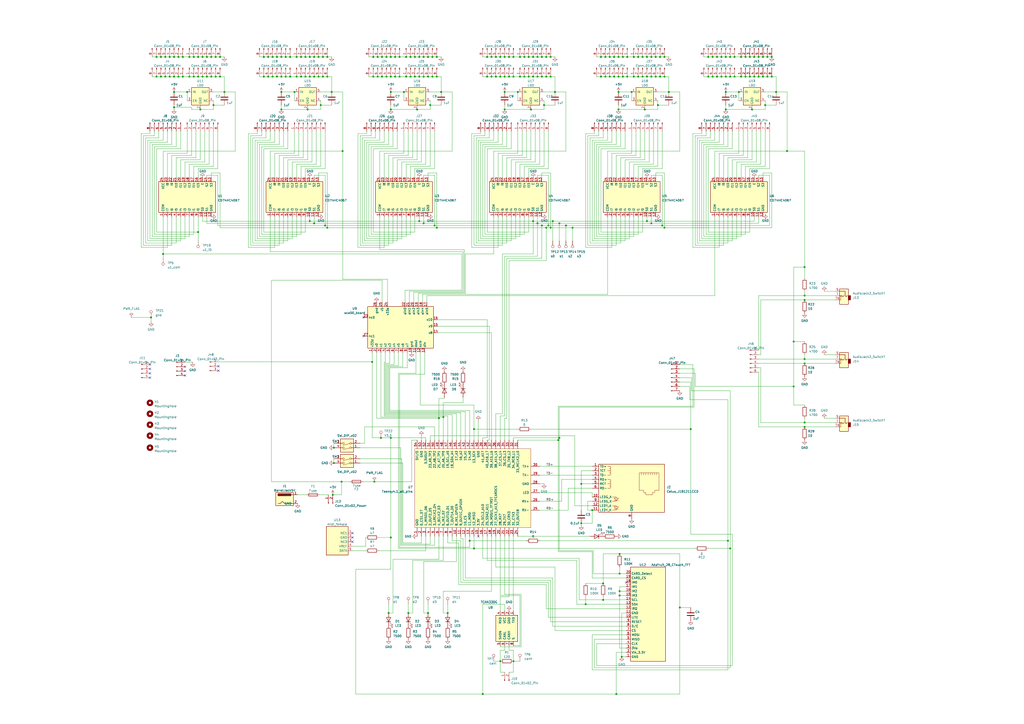
<source format=kicad_sch>
(kicad_sch (version 20231120) (generator "eeschema") (generator_version "8.0")
  (paper "A2")
  (title_block (title "Stem Piano - Integrated Processing System 2.0") (date "2023") (rev "2.0"))
  (junction (at 440.055 44.45))
  (junction (at 387.985 53.34))
  (junction (at 106.045 44.45))
  (junction (at 282.575 33.02))
  (junction (at 219.075 33.02))
  (junction (at 153.035 33.02))
  (junction (at 285.115 44.45))
  (junction (at 226.695 53.34))
  (junction (at 466.725 208.28))
  (junction (at 193.675 268.605))
  (junction (at 257.175 241.935))
  (junction (at 90.805 44.45))
  (junction (at 295.275 44.45))
  (junction (at 226.695 311.785))
  (junction (at 351.155 44.45))
  (junction (at 125.095 44.45))
  (junction (at 165.735 33.02))
  (junction (at 357.505 402.59))
  (junction (at 292.735 53.34))
  (junction (at 122.555 44.45))
  (junction (at 93.345 33.02))
  (junction (at 314.325 44.45))
  (junction (at 447.675 44.45))
  (junction (at 361.315 44.45))
  (junction (at 301.625 44.45))
  (junction (at 243.205 33.02))
  (junction (at 421.005 33.02))
  (junction (at 240.665 44.45))
  (junction (at 466.725 247.65))
  (junction (at 168.275 33.02))
  (junction (at 297.815 44.45))
  (junction (at 421.005 44.45))
  (junction (at 429.895 44.45))
  (junction (at 353.695 33.02))
  (junction (at 292.735 44.45))
  (junction (at 238.125 33.02))
  (junction (at 100.965 44.45))
  (junction (at 380.365 44.45))
  (junction (at 421.005 53.34))
  (junction (at 116.205 63.5))
  (junction (at 314.325 130.81))
  (junction (at 282.575 44.45))
  (junction (at 158.115 44.45))
  (junction (at 240.665 33.02))
  (junction (at 100.965 33.02))
  (junction (at 377.825 33.02))
  (junction (at 306.705 44.45))
  (junction (at 377.825 129.54))
  (junction (at 413.385 33.02))
  (junction (at 274.955 248.92))
  (junction (at 358.775 53.34))
  (junction (at 460.375 198.12))
  (junction (at 323.85 255.27))
  (junction (at 292.735 63.5))
  (junction (at 95.885 44.45))
  (junction (at 163.195 33.02))
  (junction (at 428.625 53.34))
  (junction (at 160.655 33.02))
  (junction (at 112.395 44.45))
  (junction (at 177.165 44.45))
  (junction (at 179.705 44.45))
  (junction (at 415.925 44.45))
  (junction (at 466.725 154.94))
  (junction (at 337.185 280.67))
  (junction (at 98.425 33.02))
  (junction (at 337.185 303.53))
  (junction (at 359.41 332.74))
  (junction (at 300.355 53.34))
  (junction (at 324.485 254))
  (junction (at 179.705 128.27))
  (junction (at 216.535 44.45))
  (junction (at 443.865 60.96))
  (junction (at 226.695 254))
  (junction (at 165.735 44.45))
  (junction (at 245.745 44.45))
  (junction (at 306.705 33.02))
  (junction (at 220.98 254))
  (junction (at 339.725 350.52))
  (junction (at 429.895 33.02))
  (junction (at 358.775 44.45))
  (junction (at 153.035 44.45))
  (junction (at 426.085 33.02))
  (junction (at 163.195 44.45))
  (junction (at 423.545 318.135))
  (junction (at 301.625 33.02))
  (junction (at 221.615 33.02))
  (junction (at 285.115 33.02))
  (junction (at 319.405 44.45))
  (junction (at 359.41 342.9))
  (junction (at 280.035 402.59))
  (junction (at 245.745 33.02))
  (junction (at 238.125 44.45))
  (junction (at 123.825 60.96))
  (junction (at 114.935 44.45))
  (junction (at 187.325 33.02))
  (junction (at 100.965 53.34))
  (junction (at 382.905 33.02))
  (junction (at 370.205 33.02))
  (junction (at 372.745 33.02))
  (junction (at 348.615 33.02))
  (junction (at 259.715 355.6))
  (junction (at 125.095 33.02))
  (junction (at 353.695 44.45))
  (junction (at 356.235 44.45))
  (junction (at 316.865 33.02))
  (junction (at 253.365 33.02))
  (junction (at 363.855 44.45))
  (junction (at 437.515 33.02))
  (junction (at 375.285 44.45))
  (junction (at 224.155 33.02))
  (junction (at 114.935 33.02))
  (junction (at 226.695 33.02))
  (junction (at 163.195 53.34))
  (junction (at 423.545 33.02))
  (junction (at 109.855 44.45))
  (junction (at 236.855 355.6))
  (junction (at 179.705 33.02))
  (junction (at 436.245 63.5))
  (junction (at 231.775 44.45))
  (junction (at 374.015 63.5))
  (junction (at 445.135 44.45))
  (junction (at 184.785 44.45))
  (junction (at 249.555 60.96))
  (junction (at 112.395 33.02))
  (junction (at 217.17 279.4))
  (junction (at 445.135 33.02))
  (junction (at 418.465 33.02))
  (junction (at 172.085 33.02))
  (junction (at 182.245 33.02))
  (junction (at 367.665 44.45))
  (junction (at 189.865 132.08))
  (junction (at 245.745 129.54))
  (junction (at 367.665 33.02))
  (junction (at 87.63 184.15))
  (junction (at 100.965 62.23))
  (junction (at 434.975 33.02))
  (junction (at 168.275 44.45))
  (junction (at 117.475 33.02))
  (junction (at 456.565 87.63))
  (junction (at 90.805 33.02))
  (junction (at 226.695 44.45))
  (junction (at 160.655 44.45))
  (junction (at 193.675 259.715))
  (junction (at 297.815 33.02))
  (junction (at 432.435 33.02))
  (junction (at 311.785 33.02))
  (junction (at 163.195 63.5))
  (junction (at 422.275 313.69))
  (junction (at 447.675 33.02))
  (junction (at 349.885 338.455))
  (junction (at 348.615 44.45))
  (junction (at 225.425 355.6))
  (junction (at 272.415 313.69))
  (junction (at 221.615 44.45))
  (junction (at 98.425 44.45))
  (junction (at 410.845 44.45))
  (junction (at 314.325 33.02))
  (junction (at 304.165 33.02))
  (junction (at 231.775 33.02))
  (junction (at 158.115 33.02))
  (junction (at 318.135 130.81))
  (junction (at 442.595 44.45))
  (junction (at 382.905 44.45))
  (junction (at 255.905 53.34))
  (junction (at 295.275 33.02))
  (junction (at 109.855 33.02))
  (junction (at 361.315 33.02))
  (junction (at 172.085 44.45))
  (junction (at 315.595 60.96))
  (junction (at 466.725 173.99))
  (junction (at 243.205 44.45))
  (junction (at 381.635 60.96))
  (junction (at 248.285 355.6))
  (junction (at 332.105 132.08))
  (junction (at 192.405 53.34))
  (junction (at 250.825 33.02))
  (junction (at 319.405 33.02))
  (junction (at 243.205 128.27))
  (junction (at 189.865 33.02))
  (junction (at 466.725 210.82))
  (junction (at 385.445 33.02))
  (junction (at 235.585 44.45))
  (junction (at 372.745 44.45))
  (junction (at 466.725 171.45))
  (junction (at 94.615 147.32))
  (junction (at 400.685 248.92))
  (junction (at 189.865 44.45))
  (junction (at 394.335 352.425))
  (junction (at 155.575 33.02))
  (junction (at 215.9 209.931))
  (junction (at 432.435 44.45))
  (junction (at 248.285 33.02))
  (junction (at 177.165 33.02))
  (junction (at 385.445 132.08))
  (junction (at 380.365 33.02))
  (junction (at 442.595 33.02))
  (junction (at 375.285 128.27))
  (junction (at 297.815 383.54))
  (junction (at 234.315 53.34))
  (junction (at 356.235 33.02))
  (junction (at 127.635 33.02))
  (junction (at 385.445 44.45))
  (junction (at 316.865 44.45))
  (junction (at 375.285 33.02))
  (junction (at 434.975 44.45))
  (junction (at 274.955 318.135))
  (junction (at 360.68 381))
  (junction (at 377.825 44.45))
  (junction (at 103.505 44.45))
  (junction (at 290.195 44.45))
  (junction (at 229.235 33.02))
  (junction (at 198.755 87.63))
  (junction (at 370.205 44.45))
  (junction (at 351.155 33.02))
  (junction (at 292.735 33.02))
  (junction (at 413.385 44.45))
  (junction (at 319.405 132.08))
  (junction (at 252.095 130.81))
  (junction (at 253.365 132.08))
  (junction (at 440.055 33.02))
  (junction (at 106.045 33.02))
  (junction (at 290.195 383.54))
  (junction (at 224.155 44.45))
  (junction (at 93.345 44.45))
  (junction (at 366.395 53.34))
  (junction (at 117.475 44.45))
  (junction (at 290.195 33.02))
  (junction (at 193.04 287.02))
  (junction (at 108.585 53.34))
  (junction (at 426.085 44.45))
  (junction (at 328.295 130.81))
  (junction (at 358.775 33.02))
  (junction (at 187.325 44.45))
  (junction (at 307.975 63.5))
  (junction (at 418.465 44.45))
  (junction (at 186.055 60.96))
  (junction (at 287.655 44.45))
  (junction (at 120.015 44.45))
  (junction (at 359.41 345.44))
  (junction (at 122.555 33.02))
  (junction (at 311.785 129.54))
  (junction (at 130.175 53.34))
  (junction (at 178.435 63.5))
  (junction (at 316.865 132.08))
  (junction (at 155.575 44.45))
  (junction (at 114.935 134.62))
  (junction (at 174.625 44.45))
  (junction (at 363.855 33.02))
  (junction (at 170.815 53.34))
  (junction (at 254.635 242.57))
  (junction (at 182.245 129.54))
  (junction (at 320.675 128.27))
  (junction (at 229.235 44.45))
  (junction (at 349.885 347.98))
  (junction (at 324.485 129.54))
  (junction (at 410.845 33.02))
  (junction (at 384.175 130.81))
  (junction (at 226.695 63.5))
  (junction (at 309.245 44.45))
  (junction (at 423.545 44.45))
  (junction (at 311.785 44.45))
  (junction (at 184.785 33.02))
  (junction (at 437.515 44.45))
  (junction (at 188.595 130.81))
  (junction (at 343.535 295.91))
  (junction (at 309.245 128.27))
  (junction (at 309.245 33.02))
  (junction (at 421.005 63.5))
  (junction (at 95.885 33.02))
  (junction (at 321.945 53.34))
  (junction (at 127.635 44.45))
  (junction (at 253.365 44.45))
  (junction (at 450.215 53.34))
  (junction (at 182.245 44.45))
  (junction (at 103.505 33.02))
  (junction (at 241.935 63.5))
  (junction (at 248.285 44.45))
  (junction (at 216.535 33.02))
  (junction (at 415.925 33.02))
  (junction (at 219.075 44.45))
  (junction (at 198.12 279.4))
  (junction (at 120.015 33.02))
  (junction (at 174.625 33.02))
  (junction (at 235.585 33.02))
  (junction (at 304.165 44.45))
  (junction (at 250.825 44.45))
  (junction (at 359.41 321.31))
  (junction (at 287.655 33.02))
  (junction (at 460.375 224.155))
  (junction (at 466.725 245.11))
  (junction (at 358.775 63.5))
  (no_connect (at 210.82 194.945))
  (no_connect (at 126.746 212.471))
  (no_connect (at 86.995 216.535))
  (no_connect (at 363.22 337.82))
  (no_connect (at 126.746 215.011))
  (no_connect (at 210.82 184.15))
  (no_connect (at 204.47 314.325))
  (no_connect (at 86.995 219.075))
  (no_connect (at 107.315 217.805))
  (no_connect (at 204.47 309.245))
  (no_connect (at 107.315 212.725))
  (no_connect (at 277.495 311.15))
  (no_connect (at 204.47 311.785))
  (no_connect (at 86.995 211.455))
  (no_connect (at 107.315 215.265))
  (no_connect (at 86.995 213.995))
  (wire (pts (xy 428.625 53.34) (xy 428.625 58.42)))
  (wire (pts (xy 213.995 33.02) (xy 216.535 33.02)))
  (wire (pts (xy 164.465 140.97) (xy 146.685 140.97)))
  (wire (pts (xy 109.855 44.45) (xy 112.395 44.45)))
  (wire (pts (xy 103.505 44.45) (xy 106.045 44.45)))
  (wire (pts (xy 343.535 303.53) (xy 337.185 303.53)))
  (wire (pts (xy 227.965 91.44) (xy 227.965 102.87)))
  (wire (pts (xy 295.275 44.45) (xy 297.815 44.45)))
  (wire (pts (xy 225.425 90.17) (xy 236.855 90.17)))
  (wire (pts (xy 123.825 96.52) (xy 123.825 76.2)))
  (wire (pts (xy 277.495 243.84) (xy 277.495 255.27)))
  (wire (pts (xy 319.405 360.68) (xy 363.22 360.68)))
  (wire (pts (xy 365.125 125.73) (xy 365.125 138.43)))
  (wire (pts (xy 357.505 378.46) (xy 363.22 378.46)))
  (wire (pts (xy 227.965 140.97) (xy 210.185 140.97)))
  (wire (pts (xy 257.175 342.9) (xy 257.175 355.6)))
  (wire (pts (xy 222.885 88.9) (xy 222.885 102.87)))
  (wire (pts (xy 466.725 161.29) (xy 466.725 154.94)))
  (wire (pts (xy 99.695 90.17) (xy 111.125 90.17)))
  (wire (pts (xy 375.285 44.45) (xy 377.825 44.45)))
  (wire (pts (xy 225.425 350.52) (xy 225.425 355.6)))
  (wire (pts (xy 321.945 60.96) (xy 315.595 60.96)))
  (wire (pts (xy 403.225 78.74) (xy 403.225 142.24)))
  (wire (pts (xy 422.275 140.97) (xy 404.495 140.97)))
  (wire (pts (xy 295.275 374.65) (xy 295.275 377.19)))
  (wire (pts (xy 314.325 130.81) (xy 318.135 130.81)))
  (wire (pts (xy 236.855 350.52) (xy 236.855 355.6)))
  (wire (pts (xy 177.165 125.73) (xy 177.165 134.62)))
  (wire (pts (xy 349.885 76.2) (xy 349.885 80.01)))
  (wire (pts (xy 318.135 97.79) (xy 318.135 76.2)))
  (wire (pts (xy 245.745 355.6) (xy 248.285 355.6)))
  (wire (pts (xy 220.98 254) (xy 226.695 254)))
  (wire (pts (xy 224.79 239.395) (xy 267.335 239.395)))
  (wire (pts (xy 409.575 85.09) (xy 409.575 135.89)))
  (wire (pts (xy 277.495 139.7) (xy 296.545 139.7)))
  (wire (pts (xy 301.625 345.44) (xy 301.625 374.65)))
  (wire (pts (xy 160.655 33.02) (xy 163.195 33.02)))
  (wire (pts (xy 359.41 345.44) (xy 359.41 375.92)))
  (wire (pts (xy 99.695 90.17) (xy 99.695 102.87)))
  (wire (pts (xy 100.965 60.96) (xy 100.965 62.23)))
  (wire (pts (xy 94.615 147.32) (xy 267.97 147.32)))
  (wire (pts (xy 268.605 312.42) (xy 268.605 336.55)))
  (wire (pts (xy 348.615 33.02) (xy 351.155 33.02)))
  (wire (pts (xy 294.005 125.73) (xy 294.005 140.97)))
  (wire (pts (xy 394.335 221.615) (xy 400.685 221.615)))
  (wire (pts (xy 231.775 217.17) (xy 246.38 217.17)))
  (wire (pts (xy 316.865 151.13) (xy 295.275 151.13)))
  (wire (pts (xy 407.035 82.55) (xy 417.195 82.55)))
  (wire (pts (xy 277.495 81.28) (xy 277.495 139.7)))
  (wire (pts (xy 210.185 80.01) (xy 210.185 140.97)))
  (wire (pts (xy 311.785 129.54) (xy 311.785 148.59)))
  (wire (pts (xy 83.185 142.24) (xy 99.695 142.24)))
  (wire (pts (xy 102.235 140.97) (xy 84.455 140.97)))
  (wire (pts (xy 93.345 33.02) (xy 95.885 33.02)))
  (wire (pts (xy 290.195 374.65) (xy 290.195 375.285)))
  (wire (pts (xy 267.335 239.395) (xy 267.335 255.27)))
  (wire (pts (xy 348.615 86.36) (xy 362.585 86.36)))
  (wire (pts (xy 291.465 142.24) (xy 291.465 125.73)))
  (wire (pts (xy 234.315 53.34) (xy 234.315 58.42)))
  (wire (pts (xy 259.715 241.3) (xy 222.885 241.3)))
  (wire (pts (xy 158.115 44.45) (xy 160.655 44.45)))
  (wire (pts (xy 211.455 257.175) (xy 211.455 247.65)))
  (wire (pts (xy 306.705 125.73) (xy 306.705 134.62)))
  (wire (pts (xy 438.785 93.98) (xy 438.785 76.2)))
  (wire (pts (xy 484.505 245.11) (xy 466.725 245.11)))
  (wire (pts (xy 301.625 33.02) (xy 304.165 33.02)))
  (wire (pts (xy 316.865 132.08) (xy 319.405 132.08)))
  (wire (pts (xy 328.295 53.34) (xy 321.945 53.34)))
  (wire (pts (xy 294.005 76.2) (xy 294.005 85.09)))
  (wire (pts (xy 237.49 168.91) (xy 268.605 168.91)))
  (wire (pts (xy 419.735 142.24) (xy 419.735 125.73)))
  (wire (pts (xy 354.965 76.2) (xy 354.965 82.55)))
  (wire (pts (xy 254.635 324.485) (xy 227.965 324.485)))
  (wire (pts (xy 417.195 88.9) (xy 428.625 88.9)))
  (wire (pts (xy 359.41 321.31) (xy 394.335 321.31)))
  (wire (pts (xy 252.095 247.65) (xy 252.095 255.27)))
  (wire (pts (xy 104.775 139.7) (xy 104.775 125.73)))
  (wire (pts (xy 252.095 316.23) (xy 232.41 316.23)))
  (wire (pts (xy 302.26 344.805) (xy 292.735 344.805)))
  (wire (pts (xy 346.075 373.38) (xy 346.075 386.08)))
  (wire (pts (xy 250.825 33.02) (xy 253.365 33.02)))
  (wire (pts (xy 408.305 33.02) (xy 410.845 33.02)))
  (wire (pts (xy 443.865 63.5) (xy 436.245 63.5)))
  (wire (pts (xy 377.825 129.54) (xy 440.055 129.54)))
  (wire (pts (xy 241.3 216.535) (xy 241.3 204.47)))
  (wire (pts (xy 290.195 33.02) (xy 292.735 33.02)))
  (wire (pts (xy 297.815 389.89) (xy 297.815 383.54)))
  (wire (pts (xy 104.775 92.71) (xy 104.775 102.87)))
  (wire (pts (xy 157.48 162.56) (xy 221.615 162.56)))
  (wire (pts (xy 107.315 210.185) (xy 111.76 210.185)))
  (wire (pts (xy 370.205 135.89) (xy 347.345 135.89)))
  (wire (pts (xy 278.765 82.55) (xy 288.925 82.55)))
  (wire (pts (xy 319.405 100.33) (xy 319.405 132.08)))
  (wire (pts (xy 466.725 154.94) (xy 466.725 87.63)))
  (wire (pts (xy 313.055 290.83) (xy 325.755 290.83)))
  (wire (pts (xy 484.505 171.45) (xy 466.725 171.45)))
  (wire (pts (xy 311.785 101.6) (xy 318.135 101.6)))
  (wire (pts (xy 102.235 125.73) (xy 102.235 140.97)))
  (wire (pts (xy 81.915 77.47) (xy 81.915 143.51)))
  (wire (pts (xy 291.465 83.82) (xy 280.035 83.82)))
  (wire (pts (xy 337.185 273.05) (xy 337.185 280.67)))
  (wire (pts (xy 117.475 33.02) (xy 120.015 33.02)))
  (wire (pts (xy 352.425 76.2) (xy 352.425 81.28)))
  (wire (pts (xy 434.975 125.73) (xy 434.975 134.62)))
  (wire (pts (xy 257.175 311.15) (xy 257.175 325.12)))
  (wire (pts (xy 344.805 82.55) (xy 354.965 82.55)))
  (wire (pts (xy 361.315 44.45) (xy 363.855 44.45)))
  (wire (pts (xy 84.455 80.01) (xy 92.075 80.01)))
  (wire (pts (xy 426.085 33.02) (xy 429.895 33.02)))
  (wire (pts (xy 440.055 33.02) (xy 442.595 33.02)))
  (wire (pts (xy 292.735 60.96) (xy 292.735 63.5)))
  (wire (pts (xy 372.745 102.87) (xy 372.745 97.79)))
  (wire (pts (xy 417.195 88.9) (xy 417.195 102.87)))
  (wire (pts (xy 120.015 125.73) (xy 120.015 129.54)))
  (wire (pts (xy 147.955 139.7) (xy 167.005 139.7)))
  (wire (pts (xy 220.345 102.87) (xy 220.345 87.63)))
  (wire (pts (xy 300.355 311.15) (xy 342.265 311.15)))
  (wire (pts (xy 401.32 226.695) (xy 423.545 226.695)))
  (wire (pts (xy 219.71 319.405) (xy 247.015 319.405)))
  (wire (pts (xy 161.925 90.17) (xy 161.925 102.87)))
  (wire (pts (xy 159.385 125.73) (xy 159.385 143.51)))
  (wire (pts (xy 114.935 102.87) (xy 114.935 97.79)))
  (wire (pts (xy 309.245 128.27) (xy 320.675 128.27)))
  (wire (pts (xy 213.995 83.82) (xy 213.995 137.16)))
  (wire (pts (xy 122.555 44.45) (xy 125.095 44.45)))
  (wire (pts (xy 216.535 33.02) (xy 219.075 33.02)))
  (wire (pts (xy 352.425 81.28) (xy 343.535 81.28)))
  (wire (pts (xy 460.375 224.155) (xy 460.375 234.95)))
  (wire (pts (xy 259.715 350.52) (xy 259.715 355.6)))
  (wire (pts (xy 410.845 33.02) (xy 413.385 33.02)))
  (wire (pts (xy 321.945 44.45) (xy 321.945 53.34)))
  (wire (pts (xy 343.535 295.91) (xy 343.535 303.53)))
  (wire (pts (xy 441.325 205.74) (xy 441.325 173.99)))
  (wire (pts (xy 247.015 95.25) (xy 247.015 76.2)))
  (wire (pts (xy 83.185 78.74) (xy 83.185 142.24)))
  (wire (pts (xy 466.725 234.95) (xy 460.375 234.95)))
  (wire (pts (xy 315.595 53.34) (xy 321.945 53.34)))
  (wire (pts (xy 239.395 325.12) (xy 239.395 355.6)))
  (wire (pts (xy 240.665 33.02) (xy 243.205 33.02)))
  (wire (pts (xy 358.775 63.5) (xy 374.015 63.5)))
  (wire (pts (xy 381.635 60.96) (xy 381.635 58.42)))
  (wire (pts (xy 324.485 129.54) (xy 311.785 129.54)))
  (wire (pts (xy 434.975 44.45) (xy 437.515 44.45)))
  (wire (pts (xy 311.785 102.87) (xy 311.785 101.6)))
  (wire (pts (xy 170.815 88.9) (xy 170.815 76.2)))
  (wire (pts (xy 484.505 208.28) (xy 466.725 208.28)))
  (wire (pts (xy 367.665 95.25) (xy 379.095 95.25)))
  (wire (pts (xy 233.045 266.065) (xy 233.045 315.595)))
  (wire (pts (xy 343.535 368.3) (xy 363.22 368.3)))
  (wire (pts (xy 88.265 44.45) (xy 90.805 44.45)))
  (wire (pts (xy 437.515 33.02) (xy 440.055 33.02)))
  (wire (pts (xy 417.195 76.2) (xy 417.195 82.55)))
  (wire (pts (xy 304.165 96.52) (xy 315.595 96.52)))
  (wire (pts (xy 442.595 100.33) (xy 447.675 100.33)))
  (wire (pts (xy 281.305 85.09) (xy 281.305 135.89)))
  (wire (pts (xy 282.575 86.36) (xy 282.575 134.62)))
  (wire (pts (xy 301.625 95.25) (xy 313.055 95.25)))
  (wire (pts (xy 315.595 96.52) (xy 315.595 76.2)))
  (wire (pts (xy 243.205 125.73) (xy 243.205 128.27)))
  (wire (pts (xy 287.655 311.15) (xy 287.655 328.93)))
  (wire (pts (xy 224.155 33.02) (xy 226.695 33.02)))
  (wire (pts (xy 415.925 33.02) (xy 418.465 33.02)))
  (wire (pts (xy 226.695 63.5) (xy 241.935 63.5)))
  (wire (pts (xy 227.965 91.44) (xy 239.395 91.44)))
  (wire (pts (xy 245.745 102.87) (xy 245.745 101.6)))
  (wire (pts (xy 414.655 76.2) (xy 414.655 81.28)))
  (wire (pts (xy 320.675 335.28) (xy 320.675 363.22)))
  (wire (pts (xy 226.695 33.02) (xy 229.235 33.02)))
  (wire (pts (xy 182.245 129.54) (xy 182.245 125.73)))
  (wire (pts (xy 198.755 161.925) (xy 224.79 161.925)))
  (wire (pts (xy 120.015 33.02) (xy 122.555 33.02)))
  (wire (pts (xy 294.005 140.97) (xy 276.225 140.97)))
  (wire (pts (xy 174.625 125.73) (xy 174.625 135.89)))
  (wire (pts (xy 286.385 383.54) (xy 290.195 383.54)))
  (wire (pts (xy 151.765 76.2) (xy 151.765 78.74)))
  (wire (pts (xy 432.435 33.02) (xy 434.975 33.02)))
  (wire (pts (xy 359.41 345.44) (xy 363.22 345.44)))
  (wire (pts (xy 112.395 96.52) (xy 123.825 96.52)))
  (wire (pts (xy 163.195 53.34) (xy 170.815 53.34)))
  (wire (pts (xy 360.045 91.44) (xy 371.475 91.44)))
  (wire (pts (xy 226.695 254) (xy 226.695 311.785)))
  (wire (pts (xy 259.715 314.96) (xy 266.065 314.96)))
  (wire (pts (xy 440.055 44.45) (xy 442.595 44.45)))
  (wire (pts (xy 353.695 33.02) (xy 356.235 33.02)))
  (wire (pts (xy 320.675 128.27) (xy 320.675 139.7)))
  (wire (pts (xy 207.645 77.47) (xy 207.645 143.51)))
  (wire (pts (xy 156.845 87.63) (xy 198.755 87.63)))
  (wire (pts (xy 427.355 125.73) (xy 427.355 138.43)))
  (wire (pts (xy 283.845 76.2) (xy 283.845 80.01)))
  (wire (pts (xy 424.815 309.88) (xy 424.815 386.08)))
  (wire (pts (xy 268.605 336.55) (xy 319.405 336.55)))
  (wire (pts (xy 311.785 44.45) (xy 314.325 44.45)))
  (wire (pts (xy 403.225 142.24) (xy 419.735 142.24)))
  (wire (pts (xy 212.725 82.55) (xy 222.885 82.55)))
  (wire (pts (xy 318.135 101.6) (xy 318.135 130.81)))
  (wire (pts (xy 415.925 44.45) (xy 418.465 44.45)))
  (wire (pts (xy 233.68 204.47) (xy 233.68 212.725)))
  (wire (pts (xy 358.775 60.96) (xy 358.775 63.5)))
  (wire (pts (xy 297.815 311.15) (xy 297.815 354.33)))
  (wire (pts (xy 84.455 80.01) (xy 84.455 140.97)))
  (wire (pts (xy 309.245 128.27) (xy 309.245 147.32)))
  (wire (pts (xy 111.125 63.5) (xy 111.125 62.23)))
  (wire (pts (xy 316.865 33.02) (xy 319.405 33.02)))
  (wire (pts (xy 150.495 83.82) (xy 150.495 137.16)))
  (wire (pts (xy 344.805 76.2) (xy 344.805 77.47)))
  (wire (pts (xy 266.065 339.09) (xy 316.865 339.09)))
  (wire (pts (xy 236.22 204.47) (xy 236.22 213.36)))
  (wire (pts (xy 372.745 134.62) (xy 348.615 134.62)))
  (wire (pts (xy 174.625 102.87) (xy 174.625 96.52)))
  (wire (pts (xy 366.395 53.34) (xy 366.395 58.42)))
  (wire (pts (xy 410.845 86.36) (xy 410.845 134.62)))
  (wire (pts (xy 329.565 283.21) (xy 343.535 283.21)))
  (wire (pts (xy 179.705 33.02) (xy 182.245 33.02)))
  (wire (pts (xy 226.695 53.34) (xy 234.315 53.34)))
  (wire (pts (xy 122.555 33.02) (xy 125.095 33.02)))
  (wire (pts (xy 334.645 350.52) (xy 334.645 325.12)))
  (wire (pts (xy 245.745 325.755) (xy 245.745 355.6)))
  (wire (pts (xy 460.375 154.94) (xy 466.725 154.94)))
  (wire (pts (xy 178.435 92.71) (xy 178.435 76.2)))
  (wire (pts (xy 359.41 328.93) (xy 359.41 332.74)))
  (wire (pts (xy 156.845 102.87) (xy 156.845 87.63)))
  (wire (pts (xy 161.925 90.17) (xy 173.355 90.17)))
  (wire (pts (xy 257.81 231.14) (xy 254.635 231.14)))
  (wire (pts (xy 95.885 44.45) (xy 98.425 44.45)))
  (wire (pts (xy 401.955 211.455) (xy 401.955 235.712)))
  (wire (pts (xy 450.215 60.96) (xy 443.865 60.96)))
  (wire (pts (xy 172.085 44.45) (xy 174.625 44.45)))
  (wire (pts (xy 362.585 92.71) (xy 374.015 92.71)))
  (wire (pts (xy 253.365 44.45) (xy 255.905 44.45)))
  (wire (pts (xy 156.845 146.05) (xy 268.605 146.05)))
  (wire (pts (xy 370.205 44.45) (xy 372.745 44.45)))
  (wire (pts (xy 198.12 279.4) (xy 157.48 279.4)))
  (wire (pts (xy 443.865 60.96) (xy 443.865 63.5)))
  (wire (pts (xy 291.465 147.32) (xy 309.245 147.32)))
  (wire (pts (xy 304.165 33.02) (xy 306.705 33.02)))
  (wire (pts (xy 98.425 44.45) (xy 100.965 44.45)))
  (wire (pts (xy 153.035 86.36) (xy 167.005 86.36)))
  (wire (pts (xy 447.675 100.33) (xy 447.675 132.08)))
  (wire (pts (xy 222.885 143.51) (xy 207.645 143.51)))
  (wire (pts (xy 332.105 132.08) (xy 319.405 132.08)))
  (wire (pts (xy 104.775 92.71) (xy 116.205 92.71)))
  (wire (pts (xy 442.595 102.87) (xy 442.595 100.33)))
  (wire (pts (xy 125.095 33.02) (xy 127.635 33.02)))
  (wire (pts (xy 323.85 320.04) (xy 343.535 320.04)))
  (wire (pts (xy 347.345 85.09) (xy 360.045 85.09)))
  (wire (pts (xy 427.355 93.98) (xy 427.355 102.87)))
  (wire (pts (xy 403.225 216.535) (xy 403.225 224.155)))
  (wire (pts (xy 357.505 402.59) (xy 394.335 402.59)))
  (wire (pts (xy 164.465 76.2) (xy 164.465 85.09)))
  (wire (pts (xy 164.465 91.44) (xy 164.465 102.87)))
  (wire (pts (xy 349.885 346.075) (xy 349.885 347.98)))
  (wire (pts (xy 313.055 295.91) (xy 329.565 295.91)))
  (wire (pts (xy 240.665 44.45) (xy 243.205 44.45)))
  (wire (pts (xy 225.425 90.17) (xy 225.425 102.87)))
  (wire (pts (xy 224.155 211.455) (xy 228.6 211.455)))
  (wire (pts (xy 144.145 77.47) (xy 149.225 77.47)))
  (wire (pts (xy 167.005 92.71) (xy 178.435 92.71)))
  (wire (pts (xy 282.575 254) (xy 280.035 254)))
  (wire (pts (xy 234.95 175.26) (xy 234.95 168.275)))
  (wire (pts (xy 245.11 170.815) (xy 352.425 170.815)))
  (wire (pts (xy 323.85 255.27) (xy 323.85 235.712)))
  (wire (pts (xy 220.345 81.28) (xy 211.455 81.28)))
  (wire (pts (xy 421.005 33.02) (xy 423.545 33.02)))
  (wire (pts (xy 211.455 81.28) (xy 211.455 139.7)))
  (wire (pts (xy 325.755 278.13) (xy 343.535 278.13)))
  (wire (pts (xy 204.47 316.865) (xy 212.09 316.865)))
  (wire (pts (xy 241.935 92.71) (xy 241.935 76.2)))
  (wire (pts (xy 185.42 287.02) (xy 190.5 287.02)))
  (wire (pts (xy 332.105 132.08) (xy 332.105 139.7)))
  (wire (pts (xy 363.855 33.02) (xy 367.665 33.02)))
  (wire (pts (xy 442.595 33.02) (xy 445.135 33.02)))
  (wire (pts (xy 314.325 44.45) (xy 316.865 44.45)))
  (wire (pts (xy 93.345 44.45) (xy 95.885 44.45)))
  (wire (pts (xy 344.805 387.35) (xy 344.805 370.84)))
  (wire (pts (xy 231.14 318.135) (xy 274.955 318.135)))
  (wire (pts (xy 245.745 44.45) (xy 248.285 44.45)))
  (wire (pts (xy 225.425 212.725) (xy 233.68 212.725)))
  (wire (pts (xy 432.435 125.73) (xy 432.435 135.89)))
  (wire (pts (xy 357.505 83.82) (xy 346.075 83.82)))
  (wire (pts (xy 400.685 221.615) (xy 400.685 248.92)))
  (wire (pts (xy 352.425 125.73) (xy 352.425 170.815)))
  (wire (pts (xy 159.385 88.9) (xy 170.815 88.9)))
  (wire (pts (xy 249.555 311.15) (xy 249.555 315.595)))
  (wire (pts (xy 394.335 352.425) (xy 394.335 402.59)))
  (wire (pts (xy 361.315 33.02) (xy 363.855 33.02)))
  (wire (pts (xy 375.285 128.27) (xy 437.515 128.27)))
  (wire (pts (xy 335.915 347.98) (xy 349.885 347.98)))
  (wire (pts (xy 362.585 139.7) (xy 362.585 125.73)))
  (wire (pts (xy 478.155 205.74) (xy 484.505 205.74)))
  (wire (pts (xy 252.095 311.15) (xy 252.095 316.23)))
  (wire (pts (xy 385.445 100.33) (xy 385.445 132.08)))
  (wire (pts (xy 304.165 125.73) (xy 304.165 135.89)))
  (wire (pts (xy 224.79 212.09) (xy 224.79 239.395)))
  (wire (pts (xy 151.765 85.09) (xy 164.465 85.09)))
  (wire (pts (xy 123.825 63.5) (xy 116.205 63.5)))
  (wire (pts (xy 441.325 95.25) (xy 441.325 76.2)))
  (wire (pts (xy 313.055 285.75) (xy 343.535 285.75)))
  (wire (pts (xy 89.535 85.09) (xy 102.235 85.09)))
  (wire (pts (xy 213.995 44.45) (xy 216.535 44.45)))
  (wire (pts (xy 297.815 44.45) (xy 301.625 44.45)))
  (wire (pts (xy 285.115 193.04) (xy 285.115 255.27)))
  (wire (pts (xy 216.535 86.36) (xy 230.505 86.36)))
  (wire (pts (xy 359.41 332.74) (xy 363.22 332.74)))
  (wire (pts (xy 422.275 76.2) (xy 422.275 85.09)))
  (wire (pts (xy 343.535 290.83) (xy 340.995 290.83)))
  (wire (pts (xy 417.195 125.73) (xy 417.195 143.51)))
  (wire (pts (xy 116.205 63.5) (xy 111.125 63.5)))
  (wire (pts (xy 109.855 33.02) (xy 112.395 33.02)))
  (wire (pts (xy 377.825 33.02) (xy 380.365 33.02)))
  (wire (pts (xy 313.055 313.69) (xy 422.275 313.69)))
  (wire (pts (xy 100.965 33.02) (xy 103.505 33.02)))
  (wire (pts (xy 313.055 270.51) (xy 343.535 270.51)))
  (wire (pts (xy 344.805 387.35) (xy 423.545 387.35)))
  (wire (pts (xy 344.805 82.55) (xy 344.805 138.43)))
  (wire (pts (xy 314.325 100.33) (xy 319.405 100.33)))
  (wire (pts (xy 81.915 77.47) (xy 86.995 77.47)))
  (wire (pts (xy 412.115 76.2) (xy 412.115 80.01)))
  (wire (pts (xy 239.395 91.44) (xy 239.395 76.2)))
  (wire (pts (xy 400.05 224.155) (xy 400.05 231.775)))
  (wire (pts (xy 306.705 134.62) (xy 282.575 134.62)))
  (wire (pts (xy 157.48 279.4) (xy 157.48 162.56)))
  (wire (pts (xy 291.465 76.2) (xy 291.465 83.82)))
  (wire (pts (xy 146.685 80.01) (xy 146.685 140.97)))
  (wire (pts (xy 239.395 355.6) (xy 236.855 355.6)))
  (wire (pts (xy 432.435 135.89) (xy 409.575 135.89)))
  (wire (pts (xy 421.005 53.34) (xy 428.625 53.34)))
  (wire (pts (xy 384.175 101.6) (xy 384.175 130.81)))
  (wire (pts (xy 382.905 44.45) (xy 385.445 44.45)))
  (wire (pts (xy 257.175 342.9) (xy 285.115 342.9)))
  (wire (pts (xy 233.045 138.43) (xy 212.725 138.43)))
  (wire (pts (xy 433.705 91.44) (xy 433.705 76.2)))
  (wire (pts (xy 192.405 44.45) (xy 192.405 53.34)))
  (wire (pts (xy 98.425 33.02) (xy 100.965 33.02)))
  (wire (pts (xy 212.725 82.55) (xy 212.725 138.43)))
  (wire (pts (xy 402.59 213.995) (xy 394.335 213.995)))
  (wire (pts (xy 167.005 92.71) (xy 167.005 102.87)))
  (wire (pts (xy 346.075 44.45) (xy 348.615 44.45)))
  (wire (pts (xy 443.865 53.34) (xy 450.215 53.34)))
  (wire (pts (xy 359.41 340.36) (xy 359.41 342.9)))
  (wire (pts (xy 290.195 241.3) (xy 290.195 255.27)))
  (wire (pts (xy 281.305 76.2) (xy 281.305 78.74)))
  (wire (pts (xy 351.155 33.02) (xy 353.695 33.02)))
  (wire (pts (xy 282.575 44.45) (xy 285.115 44.45)))
  (wire (pts (xy 291.465 90.17) (xy 291.465 102.87)))
  (wire (pts (xy 245.11 170.815) (xy 245.11 175.26)))
  (wire (pts (xy 365.125 138.43) (xy 344.805 138.43)))
  (wire (pts (xy 280.035 311.15) (xy 280.035 323.85)))
  (wire (pts (xy 215.9 204.47) (xy 215.9 209.931)))
  (wire (pts (xy 446.405 130.81) (xy 384.175 130.81)))
  (wire (pts (xy 248.285 350.52) (xy 248.285 355.6)))
  (wire (pts (xy 220.345 125.73) (xy 220.345 144.78)))
  (wire (pts (xy 253.365 33.02) (xy 255.905 33.02)))
  (wire (pts (xy 231.775 44.45) (xy 235.585 44.45)))
  (wire (pts (xy 385.445 44.45) (xy 387.985 44.45)))
  (wire (pts (xy 318.135 358.14) (xy 363.22 358.14)))
  (wire (pts (xy 274.955 78.74) (xy 274.955 142.24)))
  (wire (pts (xy 377.825 102.87) (xy 377.825 101.6)))
  (wire (pts (xy 233.045 93.98) (xy 233.045 102.87)))
  (wire (pts (xy 127.635 100.33) (xy 127.635 132.08)))
  (wire (pts (xy 227.965 125.73) (xy 227.965 140.97)))
  (wire (pts (xy 352.425 87.63) (xy 394.335 87.63)))
  (wire (pts (xy 182.245 102.87) (xy 182.245 101.6)))
  (wire (pts (xy 243.205 33.02) (xy 245.745 33.02)))
  (wire (pts (xy 272.415 311.15) (xy 272.415 313.69)))
  (wire (pts (xy 385.445 132.08) (xy 332.105 132.08)))
  (wire (pts (xy 177.165 33.02) (xy 179.705 33.02)))
  (wire (pts (xy 267.335 311.15) (xy 267.335 312.42)))
  (wire (pts (xy 372.745 97.79) (xy 384.175 97.79)))
  (wire (pts (xy 408.305 137.16) (xy 429.895 137.16)))
  (wire (pts (xy 349.885 321.31) (xy 359.41 321.31)))
  (wire (pts (xy 219.075 44.45) (xy 221.615 44.45)))
  (wire (pts (xy 242.57 175.26) (xy 242.57 170.18)))
  (wire (pts (xy 247.65 171.45) (xy 414.655 171.45)))
  (wire (pts (xy 360.045 140.97) (xy 342.265 140.97)))
  (wire (pts (xy 107.315 93.98) (xy 107.315 102.87)))
  (wire (pts (xy 427.355 138.43) (xy 407.035 138.43)))
  (wire (pts (xy 421.005 63.5) (xy 436.245 63.5)))
  (wire (pts (xy 186.055 60.96) (xy 186.055 63.5)))
  (wire (pts (xy 414.655 81.28) (xy 405.765 81.28)))
  (wire (pts (xy 346.075 83.82) (xy 346.075 137.16)))
  (wire (pts (xy 292.735 33.02) (xy 295.275 33.02)))
  (wire (pts (xy 164.465 125.73) (xy 164.465 140.97)))
  (wire (pts (xy 177.165 134.62) (xy 153.035 134.62)))
  (wire (pts (xy 409.575 78.74) (xy 403.225 78.74)))
  (wire (pts (xy 169.545 138.43) (xy 149.225 138.43)))
  (wire (pts (xy 354.965 143.51) (xy 339.725 143.51)))
  (wire (pts (xy 172.72 287.02) (xy 177.8 287.02)))
  (wire (pts (xy 413.385 33.02) (xy 415.925 33.02)))
  (wire (pts (xy 86.995 76.2) (xy 86.995 77.47)))
  (wire (pts (xy 216.535 44.45) (xy 219.075 44.45)))
  (wire (pts (xy 237.49 175.26) (xy 237.49 168.91)))
  (wire (pts (xy 154.305 76.2) (xy 154.305 80.01)))
  (wire (pts (xy 215.9 254) (xy 220.98 254)))
  (wire (pts (xy 434.975 33.02) (xy 437.515 33.02)))
  (wire (pts (xy 163.195 60.96) (xy 163.195 63.5)))
  (wire (pts (xy 422.275 91.44) (xy 433.705 91.44)))
  (wire (pts (xy 401.955 77.47) (xy 407.035 77.47)))
  (wire (pts (xy 343.535 139.7) (xy 362.585 139.7)))
  (wire (pts (xy 249.555 252.73) (xy 333.375 252.73)))
  (wire (pts (xy 257.175 233.68) (xy 268.605 233.68)))
  (wire (pts (xy 304.165 44.45) (xy 306.705 44.45)))
  (wire (pts (xy 127.635 33.02) (xy 130.175 33.02)))
  (wire (pts (xy 189.865 33.02) (xy 192.405 33.02)))
  (wire (pts (xy 233.045 125.73) (xy 233.045 138.43)))
  (wire (pts (xy 460.375 198.12) (xy 460.375 154.94)))
  (wire (pts (xy 339.725 346.075) (xy 339.725 350.52)))
  (wire (pts (xy 423.545 44.45) (xy 426.085 44.45)))
  (wire (pts (xy 262.255 240.665) (xy 262.255 255.27)))
  (wire (pts (xy 304.165 135.89) (xy 281.305 135.89)))
  (wire (pts (xy 86.995 82.55) (xy 86.995 138.43)))
  (wire (pts (xy 250.825 44.45) (xy 253.365 44.45)))
  (wire (pts (xy 186.055 63.5) (xy 178.435 63.5)))
  (wire (pts (xy 343.535 81.28) (xy 343.535 139.7)))
  (wire (pts (xy 227.965 324.485) (xy 227.965 355.6)))
  (wire (pts (xy 337.185 280.67) (xy 343.535 280.67)))
  (wire (pts (xy 167.005 76.2) (xy 167.005 86.36)))
  (wire (pts (xy 117.475 125.73) (xy 117.475 128.27)))
  (wire (pts (xy 267.335 313.69) (xy 267.335 337.82)))
  (wire (pts (xy 272.415 313.69) (xy 305.435 313.69)))
  (wire (pts (xy 156.845 81.28) (xy 147.955 81.28)))
  (wire (pts (xy 362.585 92.71) (xy 362.585 102.87)))
  (wire (pts (xy 239.395 325.12) (xy 257.175 325.12)))
  (wire (pts (xy 272.415 313.69) (xy 272.415 317.5)))
  (wire (pts (xy 358.775 33.02) (xy 361.315 33.02)))
  (wire (pts (xy 299.085 93.98) (xy 310.515 93.98)))
  (wire (pts (xy 377.825 129.54) (xy 324.485 129.54)))
  (wire (pts (xy 224.155 44.45) (xy 226.695 44.45)))
  (wire (pts (xy 375.285 125.73) (xy 375.285 128.27)))
  (wire (pts (xy 429.895 44.45) (xy 432.435 44.45)))
  (wire (pts (xy 223.52 210.82) (xy 223.52 240.665)))
  (wire (pts (xy 274.955 318.135) (xy 403.225 318.135)))
  (wire (pts (xy 349.885 347.98) (xy 363.22 347.98)))
  (wire (pts (xy 365.125 93.98) (xy 365.125 102.87)))
  (wire (pts (xy 170.815 53.34) (xy 170.815 58.42)))
  (wire (pts (xy 213.995 137.16) (xy 235.585 137.16)))
  (wire (pts (xy 193.04 287.02) (xy 198.12 287.02)))
  (wire (pts (xy 160.655 44.45) (xy 163.195 44.45)))
  (wire (pts (xy 370.205 33.02) (xy 372.745 33.02)))
  (wire (pts (xy 249.555 96.52) (xy 249.555 76.2)))
  (wire (pts (xy 215.9 209.931) (xy 215.9 254)))
  (wire (pts (xy 441.325 173.99) (xy 466.725 173.99)))
  (wire (pts (xy 225.425 83.82) (xy 213.995 83.82)))
  (wire (pts (xy 374.015 92.71) (xy 374.015 76.2)))
  (wire (pts (xy 156.845 125.73) (xy 156.845 146.05)))
  (wire (pts (xy 456.565 53.34) (xy 450.215 53.34)))
  (wire (pts (xy 249.555 255.27) (xy 249.555 252.73)))
  (wire (pts (xy 146.685 80.01) (xy 154.305 80.01)))
  (wire (pts (xy 283.845 255.27) (xy 282.575 255.27)))
  (wire (pts (xy 346.075 33.02) (xy 348.615 33.02)))
  (wire (pts (xy 269.24 169.545) (xy 269.24 144.78)))
  (wire (pts (xy 245.745 33.02) (xy 248.285 33.02)))
  (wire (pts (xy 334.645 325.12) (xy 282.575 325.12)))
  (wire (pts (xy 344.17 332.74) (xy 359.41 332.74)))
  (wire (pts (xy 291.465 147.32) (xy 291.465 240.03)))
  (wire (pts (xy 414.655 102.87) (xy 414.655 87.63)))
  (wire (pts (xy 359.41 342.9) (xy 363.22 342.9)))
  (wire (pts (xy 252.095 101.6) (xy 252.095 130.81)))
  (wire (pts (xy 226.695 254) (xy 247.015 254)))
  (wire (pts (xy 249.555 315.595) (xy 233.045 315.595)))
  (wire (pts (xy 328.295 130.81) (xy 328.295 139.7)))
  (wire (pts (xy 380.365 100.33) (xy 385.445 100.33)))
  (wire (pts (xy 423.545 387.35) (xy 423.545 318.135)))
  (wire (pts (xy 432.435 102.87) (xy 432.435 96.52)))
  (wire (pts (xy 231.775 33.02) (xy 235.585 33.02)))
  (wire (pts (xy 243.205 128.27) (xy 309.245 128.27)))
  (wire (pts (xy 359.41 342.9) (xy 359.41 345.44)))
  (wire (pts (xy 117.475 128.27) (xy 179.705 128.27)))
  (wire (pts (xy 290.195 389.89) (xy 290.195 383.54)))
  (wire (pts (xy 440.055 171.45) (xy 466.725 171.45)))
  (wire (pts (xy 357.505 378.46) (xy 357.505 402.59)))
  (wire (pts (xy 247.015 319.405) (xy 247.015 311.15)))
  (wire (pts (xy 404.495 80.01) (xy 404.495 140.97)))
  (wire (pts (xy 414.655 125.73) (xy 414.655 171.45)))
  (wire (pts (xy 316.865 132.08) (xy 316.865 151.13)))
  (wire (pts (xy 335.915 323.85) (xy 335.915 347.98)))
  (wire (pts (xy 286.385 81.28) (xy 277.495 81.28)))
  (wire (pts (xy 347.345 76.2) (xy 347.345 78.74)))
  (wire (pts (xy 403.225 224.155) (xy 460.375 224.155)))
  (wire (pts (xy 86.995 82.55) (xy 97.155 82.55)))
  (wire (pts (xy 206.375 402.59) (xy 280.035 402.59)))
  (wire (pts (xy 394.335 219.075) (xy 401.32 219.075)))
  (wire (pts (xy 231.14 204.47) (xy 231.14 212.09)))
  (wire (pts (xy 344.17 319.405) (xy 344.17 332.74)))
  (wire (pts (xy 218.44 204.47) (xy 218.44 242.57)))
  (wire (pts (xy 305.435 91.44) (xy 305.435 76.2)))
  (wire (pts (xy 107.315 138.43) (xy 86.995 138.43)))
  (wire (pts (xy 292.735 354.33) (xy 292.735 350.52)))
  (wire (pts (xy 348.615 44.45) (xy 351.155 44.45)))
  (wire (pts (xy 283.845 189.23) (xy 283.845 255.27)))
  (wire (pts (xy 220.98 241.935) (xy 257.175 241.935)))
  (wire (pts (xy 223.52 240.665) (xy 262.255 240.665)))
  (wire (pts (xy 343.535 320.04) (xy 343.535 335.28)))
  (wire (pts (xy 324.485 236.22) (xy 402.59 236.22)))
  (wire (pts (xy 325.755 290.83) (xy 325.755 278.13)))
  (wire (pts (xy 323.85 235.712) (xy 401.955 235.712)))
  (wire (pts (xy 466.725 198.12) (xy 460.375 198.12)))
  (wire (pts (xy 446.405 101.6) (xy 446.405 130.81)))
  (wire (pts (xy 238.125 135.89) (xy 215.265 135.89)))
  (wire (pts (xy 163.195 44.45) (xy 165.735 44.45)))
  (wire (pts (xy 90.805 33.02) (xy 93.345 33.02)))
  (wire (pts (xy 320.675 128.27) (xy 375.285 128.27)))
  (wire (pts (xy 236.855 90.17) (xy 236.855 76.2)))
  (wire (pts (xy 292.735 374.65) (xy 292.735 377.19)))
  (wire (pts (xy 150.495 44.45) (xy 153.035 44.45)))
  (wire (pts (xy 370.205 96.52) (xy 381.635 96.52)))
  (wire (pts (xy 208.915 268.605) (xy 233.68 268.605)))
  (wire (pts (xy 198.755 87.63) (xy 198.755 53.34)))
  (wire (pts (xy 288.925 76.2) (xy 288.925 82.55)))
  (wire (pts (xy 173.355 90.17) (xy 173.355 76.2)))
  (wire (pts (xy 179.705 44.45) (xy 182.245 44.45)))
  (wire (pts (xy 224.155 240.03) (xy 224.155 211.455)))
  (wire (pts (xy 208.915 257.175) (xy 211.455 257.175)))
  (wire (pts (xy 318.135 337.82) (xy 318.135 358.14)))
  (wire (pts (xy 274.955 248.92) (xy 274.955 255.27)))
  (wire (pts (xy 238.125 125.73) (xy 238.125 135.89)))
  (wire (pts (xy 343.535 335.28) (xy 363.22 335.28)))
  (wire (pts (xy 367.665 44.45) (xy 370.205 44.45)))
  (wire (pts (xy 262.255 311.15) (xy 262.255 313.69)))
  (wire (pts (xy 153.035 44.45) (xy 155.575 44.45)))
  (wire (pts (xy 189.865 44.45) (xy 192.405 44.45)))
  (wire (pts (xy 229.235 33.02) (xy 231.775 33.02)))
  (wire (pts (xy 321.945 365.76) (xy 363.22 365.76)))
  (wire (pts (xy 274.955 311.15) (xy 274.955 318.135)))
  (wire (pts (xy 100.965 53.34) (xy 108.585 53.34)))
  (wire (pts (xy 441.325 245.11) (xy 466.725 245.11)))
  (wire (pts (xy 147.955 81.28) (xy 147.955 139.7)))
  (wire (pts (xy 113.665 91.44) (xy 113.665 76.2)))
  (wire (pts (xy 216.535 86.36) (xy 216.535 134.62)))
  (wire (pts (xy 167.005 139.7) (xy 167.005 125.73)))
  (wire (pts (xy 269.875 238.76) (xy 225.425 238.76)))
  (wire (pts (xy 215.265 85.09) (xy 227.965 85.09)))
  (wire (pts (xy 286.385 102.87) (xy 286.385 87.63)))
  (wire (pts (xy 379.095 95.25) (xy 379.095 76.2)))
  (wire (pts (xy 419.735 90.17) (xy 419.735 102.87)))
  (wire (pts (xy 262.255 53.34) (xy 262.255 87.63)))
  (wire (pts (xy 130.175 44.45) (xy 130.175 53.34)))
  (wire (pts (xy 208.915 142.24) (xy 225.425 142.24)))
  (wire (pts (xy 292.735 63.5) (xy 307.975 63.5)))
  (wire (pts (xy 259.715 311.15) (xy 259.715 314.96)))
  (wire (pts (xy 343.535 388.62) (xy 343.535 368.3)))
  (wire (pts (xy 92.075 76.2) (xy 92.075 80.01)))
  (wire (pts (xy 314.325 130.81) (xy 314.325 149.86)))
  (wire (pts (xy 269.875 255.27) (xy 269.875 238.76)))
  (wire (pts (xy 245.745 125.73) (xy 245.745 129.54)))
  (wire (pts (xy 313.055 280.67) (xy 315.595 280.67)))
  (wire (pts (xy 292.735 377.19) (xy 290.195 377.19)))
  (wire (pts (xy 159.385 88.9) (xy 159.385 102.87)))
  (wire (pts (xy 424.815 92.71) (xy 436.245 92.71)))
  (wire (pts (xy 370.205 125.73) (xy 370.205 135.89)))
  (wire (pts (xy 179.705 128.27) (xy 243.205 128.27)))
  (wire (pts (xy 145.415 78.74) (xy 145.415 142.24)))
  (wire (pts (xy 192.405 60.96) (xy 186.055 60.96)))
  (wire (pts (xy 421.005 60.96) (xy 421.005 63.5)))
  (wire (pts (xy 149.225 82.55) (xy 149.225 138.43)))
  (wire (pts (xy 294.005 242.57) (xy 292.735 242.57)))
  (wire (pts (xy 324.485 129.54) (xy 324.485 139.7)))
  (wire (pts (xy 104.775 76.2) (xy 104.775 86.36)))
  (wire (pts (xy 112.395 125.73) (xy 112.395 135.89)))
  (wire (pts (xy 423.545 33.02) (xy 426.085 33.02)))
  (wire (pts (xy 440.055 215.9) (xy 440.055 247.65)))
  (wire (pts (xy 422.275 91.44) (xy 422.275 102.87)))
  (wire (pts (xy 106.045 44.45) (xy 109.855 44.45)))
  (wire (pts (xy 429.895 102.87) (xy 429.895 95.25)))
  (wire (pts (xy 117.475 44.45) (xy 120.015 44.45)))
  (wire (pts (xy 174.625 44.45) (xy 177.165 44.45)))
  (wire (pts (xy 360.045 76.2) (xy 360.045 85.09)))
  (wire (pts (xy 384.175 130.81) (xy 328.295 130.81)))
  (wire (pts (xy 346.075 386.08) (xy 424.815 386.08)))
  (wire (pts (xy 254 193.04) (xy 285.115 193.04)))
  (wire (pts (xy 339.725 77.47) (xy 339.725 143.51)))
  (wire (pts (xy 440.055 205.74) (xy 441.325 205.74)))
  (wire (pts (xy 227.965 76.2) (xy 227.965 85.09)))
  (wire (pts (xy 400.05 231.775) (xy 422.275 231.775)))
  (wire (pts (xy 85.725 81.28) (xy 85.725 139.7)))
  (wire (pts (xy 97.155 76.2) (xy 97.155 82.55)))
  (wire (pts (xy 394.335 87.63) (xy 394.335 53.34)))
  (wire (pts (xy 118.745 93.98) (xy 118.745 76.2)))
  (wire (pts (xy 360.68 355.6) (xy 363.22 355.6)))
  (wire (pts (xy 230.505 92.71) (xy 241.935 92.71)))
  (wire (pts (xy 125.095 44.45) (xy 127.635 44.45)))
  (wire (pts (xy 447.675 132.08) (xy 385.445 132.08)))
  (wire (pts (xy 88.265 33.02) (xy 90.805 33.02)))
  (wire (pts (xy 380.365 44.45) (xy 382.905 44.45)))
  (wire (pts (xy 320.675 363.22) (xy 363.22 363.22)))
  (wire (pts (xy 94.615 102.87) (xy 94.615 87.63)))
  (wire (pts (xy 394.335 53.34) (xy 387.985 53.34)))
  (wire (pts (xy 244.475 314.96) (xy 233.68 314.96)))
  (wire (pts (xy 246.38 217.17) (xy 246.38 204.47)))
  (wire (pts (xy 319.405 336.55) (xy 319.405 360.68)))
  (wire (pts (xy 360.68 381) (xy 363.22 381)))
  (wire (pts (xy 85.725 139.7) (xy 104.775 139.7)))
  (wire (pts (xy 120.015 129.54) (xy 182.245 129.54)))
  (wire (pts (xy 161.925 142.24) (xy 161.925 125.73)))
  (wire (pts (xy 281.305 78.74) (xy 274.955 78.74)))
  (wire (pts (xy 130.175 60.96) (xy 123.825 60.96)))
  (wire (pts (xy 427.355 93.98) (xy 438.785 93.98)))
  (wire (pts (xy 88.265 137.16) (xy 109.855 137.16)))
  (wire (pts (xy 423.545 226.695) (xy 423.545 318.135)))
  (wire (pts (xy 466.725 208.28) (xy 466.725 205.74)))
  (wire (pts (xy 267.97 168.275) (xy 267.97 147.32)))
  (wire (pts (xy 107.315 93.98) (xy 118.745 93.98)))
  (wire (pts (xy 437.515 44.45) (xy 440.055 44.45)))
  (wire (pts (xy 445.135 33.02) (xy 447.675 33.02)))
  (wire (pts (xy 441.325 213.36) (xy 441.325 245.11)))
  (wire (pts (xy 314.325 33.02) (xy 316.865 33.02)))
  (wire (pts (xy 136.525 87.63) (xy 136.525 53.34)))
  (wire (pts (xy 109.855 102.87) (xy 109.855 95.25)))
  (wire (pts (xy 339.725 350.52) (xy 363.22 350.52)))
  (wire (pts (xy 126.746 209.931) (xy 215.9 209.931)))
  (wire (pts (xy 149.225 82.55) (xy 159.385 82.55)))
  (wire (pts (xy 328.295 130.81) (xy 318.135 130.81)))
  (wire (pts (xy 328.295 87.63) (xy 328.295 53.34)))
  (wire (pts (xy 314.325 102.87) (xy 314.325 100.33)))
  (wire (pts (xy 418.465 33.02) (xy 421.005 33.02)))
  (wire (pts (xy 193.675 257.175) (xy 193.675 259.715)))
  (wire (pts (xy 443.865 58.42) (xy 443.865 60.96)))
  (wire (pts (xy 357.505 90.17) (xy 357.505 102.87)))
  (wire (pts (xy 264.795 255.27) (xy 264.795 240.03)))
  (wire (pts (xy 172.085 102.87) (xy 172.085 95.25)))
  (wire (pts (xy 198.12 279.4) (xy 198.12 287.02)))
  (wire (pts (xy 405.765 139.7) (xy 424.815 139.7)))
  (wire (pts (xy 245.745 101.6) (xy 252.095 101.6)))
  (wire (pts (xy 156.845 76.2) (xy 156.845 81.28)))
  (wire (pts (xy 290.195 375.285) (xy 302.26 375.285)))
  (wire (pts (xy 149.225 76.2) (xy 149.225 77.47)))
  (wire (pts (xy 183.515 95.25) (xy 183.515 76.2)))
  (wire (pts (xy 414.655 87.63) (xy 456.565 87.63)))
  (wire (pts (xy 440.055 203.2) (xy 440.055 171.45)))
  (wire (pts (xy 443.865 96.52) (xy 443.865 76.2)))
  (wire (pts (xy 294.005 149.86) (xy 294.005 242.57)))
  (wire (pts (xy 273.685 77.47) (xy 278.765 77.47)))
  (wire (pts (xy 208.915 78.74) (xy 208.915 142.24)))
  (wire (pts (xy 297.815 255.27) (xy 297.815 254)))
  (wire (pts (xy 245.745 325.755) (xy 264.795 325.755)))
  (wire (pts (xy 225.425 142.24) (xy 225.425 125.73)))
  (wire (pts (xy 333.375 252.73) (xy 333.375 293.37)))
  (wire (pts (xy 478.155 242.57) (xy 484.505 242.57)))
  (wire (pts (xy 252.095 130.81) (xy 314.325 130.81)))
  (wire (pts (xy 431.165 90.17) (xy 431.165 76.2)))
  (wire (pts (xy 272.415 317.5) (xy 231.775 317.5)))
  (wire (pts (xy 295.275 346.075) (xy 290.195 346.075)))
  (wire (pts (xy 187.325 44.45) (xy 189.865 44.45)))
  (wire (pts (xy 252.095 97.79) (xy 252.095 76.2)))
  (wire (pts (xy 356.235 44.45) (xy 358.775 44.45)))
  (wire (pts (xy 440.055 101.6) (xy 446.405 101.6)))
  (wire (pts (xy 402.59 213.995) (xy 402.59 236.22)))
  (wire (pts (xy 302.26 375.285) (xy 302.26 344.805)))
  (wire (pts (xy 172.085 137.16) (xy 172.085 125.73)))
  (wire (pts (xy 161.925 76.2) (xy 161.925 83.82)))
  (wire (pts (xy 247.015 254) (xy 247.015 255.27)))
  (wire (pts (xy 363.855 44.45) (xy 367.665 44.45)))
  (wire (pts (xy 440.055 102.87) (xy 440.055 101.6)))
  (wire (pts (xy 109.855 137.16) (xy 109.855 125.73)))
  (wire (pts (xy 456.565 87.63) (xy 456.565 53.34)))
  (wire (pts (xy 186.055 53.34) (xy 192.405 53.34)))
  (wire (pts (xy 155.575 33.02) (xy 158.115 33.02)))
  (wire (pts (xy 136.525 53.34) (xy 130.175 53.34)))
  (wire (pts (xy 432.435 96.52) (xy 443.865 96.52)))
  (wire (pts (xy 295.275 151.13) (xy 295.275 255.27)))
  (wire (pts (xy 300.355 88.9) (xy 300.355 76.2)))
  (wire (pts (xy 111.125 62.23) (xy 100.965 62.23)))
  (wire (pts (xy 297.815 377.19) (xy 297.815 383.54)))
  (wire (pts (xy 315.595 60.96) (xy 315.595 63.5)))
  (wire (pts (xy 103.505 33.02) (xy 106.045 33.02)))
  (wire (pts (xy 306.705 44.45) (xy 309.245 44.45)))
  (wire (pts (xy 299.085 138.43) (xy 278.765 138.43)))
  (wire (pts (xy 223.52 210.185) (xy 222.885 210.185)))
  (wire (pts (xy 218.44 242.57) (xy 254.635 242.57)))
  (wire (pts (xy 292.735 44.45) (xy 295.275 44.45)))
  (wire (pts (xy 267.335 312.42) (xy 268.605 312.42)))
  (wire (pts (xy 408.305 83.82) (xy 408.305 137.16)))
  (wire (pts (xy 233.68 268.605) (xy 233.68 314.96)))
  (wire (pts (xy 333.375 293.37) (xy 343.535 293.37)))
  (wire (pts (xy 172.085 95.25) (xy 183.515 95.25)))
  (wire (pts (xy 184.785 100.33) (xy 189.865 100.33)))
  (wire (pts (xy 432.435 44.45) (xy 434.975 44.45)))
  (wire (pts (xy 254.635 242.57) (xy 254.635 255.27)))
  (wire (pts (xy 249.555 53.34) (xy 255.905 53.34)))
  (wire (pts (xy 102.235 91.44) (xy 113.665 91.44)))
  (wire (pts (xy 235.585 102.87) (xy 235.585 95.25)))
  (wire (pts (xy 188.595 97.79) (xy 188.595 76.2)))
  (wire (pts (xy 280.035 323.85) (xy 335.915 323.85)))
  (wire (pts (xy 424.815 76.2) (xy 424.815 86.36)))
  (wire (pts (xy 215.265 76.2) (xy 215.265 78.74)))
  (wire (pts (xy 434.975 97.79) (xy 446.405 97.79)))
  (wire (pts (xy 307.975 248.92) (xy 400.685 248.92)))
  (wire (pts (xy 257.175 355.6) (xy 259.715 355.6)))
  (wire (pts (xy 286.385 76.2) (xy 286.385 81.28)))
  (wire (pts (xy 290.195 44.45) (xy 292.735 44.45)))
  (wire (pts (xy 282.575 325.12) (xy 282.575 311.15)))
  (wire (pts (xy 384.175 97.79) (xy 384.175 76.2)))
  (wire (pts (xy 292.735 148.59) (xy 311.785 148.59)))
  (wire (pts (xy 348.615 86.36) (xy 348.615 134.62)))
  (wire (pts (xy 309.245 33.02) (xy 311.785 33.02)))
  (wire (pts (xy 145.415 142.24) (xy 161.925 142.24)))
  (wire (pts (xy 198.12 279.4) (xy 202.946 279.4)))
  (wire (pts (xy 221.615 175.26) (xy 221.615 162.56)))
  (wire (pts (xy 254.635 311.15) (xy 254.635 324.485)))
  (wire (pts (xy 227.965 355.6) (xy 225.425 355.6)))
  (wire (pts (xy 112.395 102.87) (xy 112.395 96.52)))
  (wire (pts (xy 235.585 95.25) (xy 247.015 95.25)))
  (wire (pts (xy 127.635 44.45) (xy 130.175 44.45)))
  (wire (pts (xy 301.625 44.45) (xy 304.165 44.45)))
  (wire (pts (xy 127.635 132.08) (xy 189.865 132.08)))
  (wire (pts (xy 249.555 63.5) (xy 241.935 63.5)))
  (wire (pts (xy 247.65 171.45) (xy 247.65 175.26)))
  (wire (pts (xy 225.425 76.2) (xy 225.425 83.82)))
  (wire (pts (xy 94.615 125.73) (xy 94.615 147.32)))
  (wire (pts (xy 292.735 389.89) (xy 290.195 389.89)))
  (wire (pts (xy 417.195 143.51) (xy 401.955 143.51)))
  (wire (pts (xy 280.035 254) (xy 280.035 255.27)))
  (wire (pts (xy 269.875 147.32) (xy 286.385 147.32)))
  (wire (pts (xy 281.305 85.09) (xy 294.005 85.09)))
  (wire (pts (xy 337.185 303.53) (xy 337.185 304.8)))
  (wire (pts (xy 222.885 210.185) (xy 222.885 241.3)))
  (wire (pts (xy 276.225 80.01) (xy 276.225 140.97)))
  (wire (pts (xy 235.585 33.02) (xy 238.125 33.02)))
  (wire (pts (xy 232.41 259.715) (xy 232.41 316.23)))
  (wire (pts (xy 226.06 213.36) (xy 226.06 238.125)))
  (wire (pts (xy 340.995 295.91) (xy 343.535 295.91)))
  (wire (pts (xy 159.385 76.2) (xy 159.385 82.55)))
  (wire (pts (xy 285.115 311.15) (xy 285.115 342.9)))
  (wire (pts (xy 287.655 44.45) (xy 290.195 44.45)))
  (wire (pts (xy 221.615 44.45) (xy 224.155 44.45)))
  (wire (pts (xy 179.705 128.27) (xy 179.705 125.73)))
  (wire (pts (xy 106.045 33.02) (xy 109.855 33.02)))
  (wire (pts (xy 97.155 88.9) (xy 97.155 102.87)))
  (wire (pts (xy 354.965 88.9) (xy 354.965 102.87)))
  (wire (pts (xy 429.895 95.25) (xy 441.325 95.25)))
  (wire (pts (xy 111.125 90.17) (xy 111.125 76.2)))
  (wire (pts (xy 371.475 91.44) (xy 371.475 76.2)))
  (wire (pts (xy 442.595 44.45) (xy 445.135 44.45)))
  (wire (pts (xy 235.585 44.45) (xy 238.125 44.45)))
  (wire (pts (xy 168.275 33.02) (xy 172.085 33.02)))
  (wire (pts (xy 410.845 44.45) (xy 413.385 44.45)))
  (wire (pts (xy 94.615 76.2) (xy 94.615 81.28)))
  (wire (pts (xy 243.84 204.47) (xy 243.84 234.95)))
  (wire (pts (xy 217.17 279.4) (xy 238.76 279.4)))
  (wire (pts (xy 226.695 44.45) (xy 229.235 44.45)))
  (wire (pts (xy 375.285 33.02) (xy 377.825 33.02)))
  (wire (pts (xy 94.615 147.32) (xy 94.615 149.86)))
  (wire (pts (xy 339.725 338.455) (xy 349.885 338.455)))
  (wire (pts (xy 114.935 134.62) (xy 114.935 139.7)))
  (wire (pts (xy 426.085 44.45) (xy 429.895 44.45)))
  (wire (pts (xy 410.845 318.135) (xy 423.545 318.135)))
  (wire (pts (xy 337.185 280.67) (xy 337.185 295.91)))
  (wire (pts (xy 377.825 101.6) (xy 384.175 101.6)))
  (wire (pts (xy 207.645 77.47) (xy 212.725 77.47)))
  (wire (pts (xy 315.595 63.5) (xy 307.975 63.5)))
  (wire (pts (xy 248.285 100.33) (xy 253.365 100.33)))
  (wire (pts (xy 446.405 97.79) (xy 446.405 76.2)))
  (wire (pts (xy 88.265 83.82) (xy 88.265 137.16)))
  (wire (pts (xy 208.915 266.065) (xy 233.045 266.065)))
  (wire (pts (xy 450.215 44.45) (xy 450.215 53.34)))
  (wire (pts (xy 387.985 44.45) (xy 387.985 53.34)))
  (wire (pts (xy 108.585 88.9) (xy 108.585 76.2)))
  (wire (pts (xy 285.115 33.02) (xy 287.655 33.02)))
  (wire (pts (xy 229.235 44.45) (xy 231.775 44.45)))
  (wire (pts (xy 228.6 204.47) (xy 228.6 211.455)))
  (wire (pts (xy 269.875 147.32) (xy 269.875 170.18)))
  (wire (pts (xy 300.355 53.34) (xy 300.355 58.42)))
  (wire (pts (xy 224.79 212.09) (xy 231.14 212.09)))
  (wire (pts (xy 301.625 374.65) (xy 297.815 374.65)))
  (wire (pts (xy 211.455 247.65) (xy 252.095 247.65)))
  (wire (pts (xy 231.14 318.135) (xy 231.14 216.535)))
  (wire (pts (xy 161.925 83.82) (xy 150.495 83.82)))
  (wire (pts (xy 240.03 175.26) (xy 240.03 169.545)))
  (wire (pts (xy 296.545 139.7) (xy 296.545 125.73)))
  (wire (pts (xy 150.495 33.02) (xy 153.035 33.02)))
  (wire (pts (xy 266.065 314.96) (xy 266.065 339.09)))
  (wire (pts (xy 291.465 240.03) (xy 287.655 240.03)))
  (wire (pts (xy 346.075 137.16) (xy 367.665 137.16)))
  (wire (pts (xy 210.566 279.4) (xy 217.17 279.4)))
  (wire (pts (xy 359.41 375.92) (xy 363.22 375.92)))
  (wire (pts (xy 262.255 53.34) (xy 255.905 53.34)))
  (wire (pts (xy 478.155 168.91) (xy 484.505 168.91)))
  (wire (pts (xy 126.365 97.79) (xy 126.365 76.2)))
  (wire (pts (xy 225.425 212.725) (xy 225.425 238.76)))
  (wire (pts (xy 76.2 184.15) (xy 87.63 184.15)))
  (wire (pts (xy 193.675 266.065) (xy 193.675 268.605)))
  (wire (pts (xy 304.165 102.87) (xy 304.165 96.52)))
  (wire (pts (xy 122.555 102.87) (xy 122.555 100.33)))
  (wire (pts (xy 319.405 33.02) (xy 321.945 33.02)))
  (wire (pts (xy 347.345 78.74) (xy 340.995 78.74)))
  (wire (pts (xy 295.275 377.19) (xy 297.815 377.19)))
  (wire (pts (xy 219.71 311.785) (xy 226.695 311.785)))
  (wire (pts (xy 424.815 139.7) (xy 424.815 125.73)))
  (wire (pts (xy 280.035 33.02) (xy 282.575 33.02)))
  (wire (pts (xy 230.505 76.2) (xy 230.505 86.36)))
  (wire (pts (xy 302.895 90.17) (xy 302.895 76.2)))
  (wire (pts (xy 264.795 240.03) (xy 224.155 240.03)))
  (wire (pts (xy 212.09 316.865) (xy 212.09 311.785)))
  (wire (pts (xy 255.905 44.45) (xy 255.905 53.34)))
  (wire (pts (xy 257.81 230.505) (xy 257.81 231.14)))
  (wire (pts (xy 240.665 97.79) (xy 252.095 97.79)))
  (wire (pts (xy 436.245 92.71) (xy 436.245 76.2)))
  (wire (pts (xy 342.265 80.01) (xy 342.265 140.97)))
  (wire (pts (xy 204.47 319.405) (xy 212.09 319.405)))
  (wire (pts (xy 224.79 161.925) (xy 224.79 175.26)))
  (wire (pts (xy 236.22 213.36) (xy 226.06 213.36)))
  (wire (pts (xy 174.625 96.52) (xy 186.055 96.52)))
  (wire (pts (xy 419.735 90.17) (xy 431.165 90.17)))
  (wire (pts (xy 466.725 173.99) (xy 484.505 173.99)))
  (wire (pts (xy 165.735 33.02) (xy 168.275 33.02)))
  (wire (pts (xy 116.205 92.71) (xy 116.205 76.2)))
  (wire (pts (xy 102.235 76.2) (xy 102.235 85.09)))
  (wire (pts (xy 311.785 125.73) (xy 311.785 129.54)))
  (wire (pts (xy 466.725 245.11) (xy 466.725 242.57)))
  (wire (pts (xy 409.575 76.2) (xy 409.575 78.74)))
  (wire (pts (xy 292.735 53.34) (xy 300.355 53.34)))
  (wire (pts (xy 434.975 134.62) (xy 410.845 134.62)))
  (wire (pts (xy 188.595 130.81) (xy 252.095 130.81)))
  (wire (pts (xy 126.365 130.81) (xy 188.595 130.81)))
  (wire (pts (xy 365.125 93.98) (xy 376.555 93.98)))
  (wire (pts (xy 184.785 44.45) (xy 187.325 44.45)))
  (wire (pts (xy 287.655 240.03) (xy 287.655 255.27)))
  (wire (pts (xy 174.625 135.89) (xy 151.765 135.89)))
  (wire (pts (xy 356.235 33.02) (xy 358.775 33.02)))
  (wire (pts (xy 186.055 60.96) (xy 186.055 58.42)))
  (wire (pts (xy 180.975 93.98) (xy 180.975 76.2)))
  (wire (pts (xy 292.735 242.57) (xy 292.735 255.27)))
  (wire (pts (xy 153.035 86.36) (xy 153.035 134.62)))
  (wire (pts (xy 264.795 325.755) (xy 264.795 311.15)))
  (wire (pts (xy 273.685 77.47) (xy 273.685 143.51)))
  (wire (pts (xy 290.195 311.15) (xy 290.195 345.44)))
  (wire (pts (xy 238.125 96.52) (xy 249.555 96.52)))
  (wire (pts (xy 151.765 85.09) (xy 151.765 135.89)))
  (wire (pts (xy 151.765 78.74) (xy 145.415 78.74)))
  (wire (pts (xy 215.265 78.74) (xy 208.915 78.74)))
  (wire (pts (xy 306.705 102.87) (xy 306.705 97.79)))
  (wire (pts (xy 314.325 149.86) (xy 294.005 149.86)))
  (wire (pts (xy 182.245 101.6) (xy 188.595 101.6)))
  (wire (pts (xy 114.935 134.62) (xy 90.805 134.62)))
  (wire (pts (xy 292.735 350.52) (xy 280.035 350.52)))
  (wire (pts (xy 367.665 137.16) (xy 367.665 125.73)))
  (wire (pts (xy 274.955 142.24) (xy 291.465 142.24)))
  (wire (pts (xy 219.075 33.02) (xy 221.615 33.02)))
  (wire (pts (xy 282.575 33.02) (xy 285.115 33.02)))
  (wire (pts (xy 158.115 33.02) (xy 160.655 33.02)))
  (wire (pts (xy 153.035 33.02) (xy 155.575 33.02)))
  (wire (pts (xy 90.805 86.36) (xy 104.775 86.36)))
  (wire (pts (xy 189.865 100.33) (xy 189.865 132.08)))
  (wire (pts (xy 381.635 53.34) (xy 387.985 53.34)))
  (wire (pts (xy 400.685 248.92) (xy 400.685 309.88)))
  (wire (pts (xy 169.545 93.98) (xy 169.545 102.87)))
  (wire (pts (xy 372.745 125.73) (xy 372.745 134.62)))
  (wire (pts (xy 311.785 33.02) (xy 314.325 33.02)))
  (wire (pts (xy 422.275 231.775) (xy 422.275 313.69)))
  (wire (pts (xy 285.115 44.45) (xy 287.655 44.45)))
  (wire (pts (xy 107.315 125.73) (xy 107.315 138.43)))
  (wire (pts (xy 164.465 91.44) (xy 175.895 91.44)))
  (wire (pts (xy 329.565 295.91) (xy 329.565 283.21)))
  (wire (pts (xy 347.345 85.09) (xy 347.345 135.89)))
  (wire (pts (xy 255.905 60.96) (xy 249.555 60.96)))
  (wire (pts (xy 422.275 388.62) (xy 422.275 313.69)))
  (wire (pts (xy 290.195 346.075) (xy 290.195 354.33)))
  (wire (pts (xy 407.035 82.55) (xy 407.035 138.43)))
  (wire (pts (xy 222.885 125.73) (xy 222.885 143.51)))
  (wire (pts (xy 299.085 93.98) (xy 299.085 102.87)))
  (wire (pts (xy 231.775 317.5) (xy 231.775 217.17)))
  (wire (pts (xy 254 189.23) (xy 283.845 189.23)))
  (wire (pts (xy 217.805 76.2) (xy 217.805 80.01)))
  (wire (pts (xy 286.385 87.63) (xy 328.295 87.63)))
  (wire (pts (xy 169.545 93.98) (xy 180.975 93.98)))
  (wire (pts (xy 262.255 313.69) (xy 267.335 313.69)))
  (wire (pts (xy 280.035 402.59) (xy 357.505 402.59)))
  (wire (pts (xy 235.585 137.16) (xy 235.585 125.73)))
  (wire (pts (xy 206.375 330.2) (xy 206.375 402.59)))
  (wire (pts (xy 210.185 80.01) (xy 217.805 80.01)))
  (wire (pts (xy 233.045 93.98) (xy 244.475 93.98)))
  (wire (pts (xy 182.245 44.45) (xy 184.785 44.45)))
  (wire (pts (xy 428.625 88.9) (xy 428.625 76.2)))
  (wire (pts (xy 163.195 33.02) (xy 165.735 33.02)))
  (wire (pts (xy 376.555 93.98) (xy 376.555 76.2)))
  (wire (pts (xy 401.955 77.47) (xy 401.955 143.51)))
  (wire (pts (xy 381.635 60.96) (xy 381.635 63.5)))
  (wire (pts (xy 343.535 388.62) (xy 422.275 388.62)))
  (wire (pts (xy 323.85 255.27) (xy 323.85 320.04)))
  (wire (pts (xy 316.865 339.09) (xy 316.865 353.06)))
  (wire (pts (xy 290.195 345.44) (xy 301.625 345.44)))
  (wire (pts (xy 377.825 44.45) (xy 380.365 44.45)))
  (wire (pts (xy 434.975 102.87) (xy 434.975 97.79)))
  (wire (pts (xy 316.865 353.06) (xy 363.22 353.06)))
  (wire (pts (xy 394.335 216.535) (xy 403.225 216.535)))
  (wire (pts (xy 89.535 78.74) (xy 83.185 78.74)))
  (wire (pts (xy 324.485 254) (xy 324.485 319.405)))
  (wire (pts (xy 175.895 91.44) (xy 175.895 76.2)))
  (wire (pts (xy 226.695 60.96) (xy 226.695 63.5)))
  (wire (pts (xy 354.965 88.9) (xy 366.395 88.9)))
  (wire (pts (xy 109.855 95.25) (xy 121.285 95.25)))
  (wire (pts (xy 357.505 76.2) (xy 357.505 83.82)))
  (wire (pts (xy 301.625 102.87) (xy 301.625 95.25)))
  (wire (pts (xy 349.885 321.31) (xy 349.885 338.455)))
  (wire (pts (xy 120.015 44.45) (xy 122.555 44.45)))
  (wire (pts (xy 344.805 370.84) (xy 363.22 370.84)))
  (wire (pts (xy 315.595 60.96) (xy 315.595 58.42)))
  (wire (pts (xy 292.735 344.805) (xy 292.735 311.15)))
  (wire (pts (xy 401.32 219.075) (xy 401.32 226.695)))
  (wire (pts (xy 380.365 33.02) (xy 382.905 33.02)))
  (wire (pts (xy 370.205 102.87) (xy 370.205 96.52)))
  (wire (pts (xy 208.915 259.715) (xy 232.41 259.715)))
  (wire (pts (xy 445.135 44.45) (xy 447.675 44.45)))
  (wire (pts (xy 253.365 132.08) (xy 316.865 132.08)))
  (wire (pts (xy 307.975 92.71) (xy 307.975 76.2)))
  (wire (pts (xy 324.485 319.405) (xy 344.17 319.405)))
  (wire (pts (xy 89.535 76.2) (xy 89.535 78.74)))
  (wire (pts (xy 187.325 33.02) (xy 189.865 33.02)))
  (wire (pts (xy 186.055 96.52) (xy 186.055 76.2)))
  (wire (pts (xy 288.925 88.9) (xy 300.355 88.9)))
  (wire (pts (xy 306.705 33.02) (xy 309.245 33.02)))
  (wire (pts (xy 169.545 125.73) (xy 169.545 138.43)))
  (wire (pts (xy 282.575 86.36) (xy 296.545 86.36)))
  (wire (pts (xy 466.725 87.63) (xy 456.565 87.63)))
  (wire (pts (xy 297.815 33.02) (xy 301.625 33.02)))
  (wire (pts (xy 223.52 210.82) (xy 226.06 210.82)))
  (wire (pts (xy 244.475 255.27) (xy 244.475 252.73)))
  (wire (pts (xy 226.695 311.785) (xy 226.695 330.2)))
  (wire (pts (xy 437.515 125.73) (xy 437.515 128.27)))
  (wire (pts (xy 440.055 125.73) (xy 440.055 129.54)))
  (wire (pts (xy 238.125 33.02) (xy 240.665 33.02)))
  (wire (pts (xy 292.735 148.59) (xy 292.735 241.3)))
  (wire (pts (xy 466.725 247.65) (xy 484.505 247.65)))
  (wire (pts (xy 114.935 97.79) (xy 126.365 97.79)))
  (wire (pts (xy 294.005 91.44) (xy 294.005 102.87)))
  (wire (pts (xy 394.335 224.155) (xy 400.05 224.155)))
  (wire (pts (xy 99.695 83.82) (xy 88.265 83.82)))
  (wire (pts (xy 268.605 168.91) (xy 268.605 146.05)))
  (wire (pts (xy 401.955 211.455) (xy 394.335 211.455)))
  (wire (pts (xy 292.735 241.3) (xy 290.195 241.3)))
  (wire (pts (xy 340.995 78.74) (xy 340.995 142.24)))
  (wire (pts (xy 198.755 53.34) (xy 192.405 53.34)))
  (wire (pts (xy 280.035 137.16) (xy 301.625 137.16)))
  (wire (pts (xy 184.785 33.02) (xy 187.325 33.02)))
  (wire (pts (xy 268.605 230.505) (xy 268.605 233.68)))
  (wire (pts (xy 254.635 231.14) (xy 254.635 242.57)))
  (wire (pts (xy 295.275 311.15) (xy 295.275 346.075)))
  (wire (pts (xy 249.555 60.96) (xy 249.555 58.42)))
  (wire (pts (xy 121.285 95.25) (xy 121.285 76.2)))
  (wire (pts (xy 280.035 44.45) (xy 282.575 44.45)))
  (wire (pts (xy 343.535 273.05) (xy 337.185 273.05)))
  (wire (pts (xy 367.665 33.02) (xy 370.205 33.02)))
  (wire (pts (xy 300.355 255.27) (xy 323.85 255.27)))
  (wire (pts (xy 144.145 77.47) (xy 144.145 143.51)))
  (wire (pts (xy 94.615 81.28) (xy 85.725 81.28)))
  (wire (pts (xy 182.245 33.02) (xy 184.785 33.02)))
  (wire (pts (xy 359.41 340.36) (xy 363.22 340.36)))
  (wire (pts (xy 223.52 204.47) (xy 223.52 210.185)))
  (wire (pts (xy 274.955 234.95) (xy 274.955 248.92)))
  (wire (pts (xy 447.675 44.45) (xy 450.215 44.45)))
  (wire (pts (xy 380.365 102.87) (xy 380.365 100.33)))
  (wire (pts (xy 112.395 44.45) (xy 114.935 44.45)))
  (wire (pts (xy 346.075 373.38) (xy 363.22 373.38)))
  (wire (pts (xy 220.98 204.47) (xy 220.98 241.935)))
  (wire (pts (xy 340.995 290.83) (xy 340.995 295.91)))
  (wire (pts (xy 155.575 44.45) (xy 158.115 44.45)))
  (wire (pts (xy 394.335 352.425) (xy 400.685 352.425)))
  (wire (pts (xy 313.055 275.59) (xy 343.535 275.59)))
  (wire (pts (xy 240.03 169.545) (xy 269.24 169.545)))
  (wire (pts (xy 230.505 92.71) (xy 230.505 102.87)))
  (wire (pts (xy 354.965 125.73) (xy 354.965 143.51)))
  (wire (pts (xy 244.475 93.98) (xy 244.475 76.2)))
  (wire (pts (xy 296.545 92.71) (xy 296.545 102.87)))
  (wire (pts (xy 424.815 309.88) (xy 400.685 309.88)))
  (wire (pts (xy 267.335 337.82) (xy 318.135 337.82)))
  (wire (pts (xy 357.505 90.17) (xy 368.935 90.17)))
  (wire (pts (xy 230.505 139.7) (xy 230.505 125.73)))
  (wire (pts (xy 278.765 76.2) (xy 278.765 77.47)))
  (wire (pts (xy 240.665 125.73) (xy 240.665 134.62)))
  (wire (pts (xy 316.865 44.45) (xy 319.405 44.45)))
  (wire (pts (xy 123.825 60.96) (xy 123.825 58.42)))
  (wire (pts (xy 243.84 234.95) (xy 274.955 234.95)))
  (wire (pts (xy 177.165 102.87) (xy 177.165 97.79)))
  (wire (pts (xy 295.275 33.02) (xy 297.815 33.02)))
  (wire (pts (xy 419.735 76.2) (xy 419.735 83.82)))
  (wire (pts (xy 114.935 125.73) (xy 114.935 134.62)))
  (wire (pts (xy 313.055 95.25) (xy 313.055 76.2)))
  (wire (pts (xy 159.385 143.51) (xy 144.145 143.51)))
  (wire (pts (xy 97.155 88.9) (xy 108.585 88.9)))
  (wire (pts (xy 382.905 33.02) (xy 385.445 33.02)))
  (wire (pts (xy 215.265 85.09) (xy 215.265 135.89)))
  (wire (pts (xy 212.725 76.2) (xy 212.725 77.47)))
  (wire (pts (xy 259.715 255.27) (xy 259.715 241.3)))
  (wire (pts (xy 226.06 238.125) (xy 272.415 238.125)))
  (wire (pts (xy 249.555 60.96) (xy 249.555 63.5)))
  (wire (pts (xy 358.775 44.45) (xy 361.315 44.45)))
  (wire (pts (xy 97.155 125.73) (xy 97.155 143.51)))
  (wire (pts (xy 120.015 102.87) (xy 120.015 101.6)))
  (wire (pts (xy 324.485 254) (xy 324.485 236.22)))
  (wire (pts (xy 360.68 355.6) (xy 360.68 381)))
  (wire (pts (xy 288.925 88.9) (xy 288.925 102.87)))
  (wire (pts (xy 362.585 76.2) (xy 362.585 86.36)))
  (wire (pts (xy 429.895 33.02) (xy 432.435 33.02)))
  (wire (pts (xy 306.705 97.79) (xy 318.135 97.79)))
  (wire (pts (xy 238.125 44.45) (xy 240.665 44.45)))
  (wire (pts (xy 301.625 137.16) (xy 301.625 125.73)))
  (wire (pts (xy 366.395 88.9) (xy 366.395 76.2)))
  (wire (pts (xy 410.845 86.36) (xy 424.815 86.36)))
  (wire (pts (xy 440.055 247.65) (xy 466.725 247.65)))
  (wire (pts (xy 254 185.42) (xy 282.575 185.42)))
  (wire (pts (xy 413.385 44.45) (xy 415.925 44.45)))
  (wire (pts (xy 123.825 53.34) (xy 130.175 53.34)))
  (wire (pts (xy 87.63 184.15) (xy 87.63 186.69)))
  (wire (pts (xy 211.455 139.7) (xy 230.505 139.7)))
  (wire (pts (xy 418.465 44.45) (xy 421.005 44.45)))
  (wire (pts (xy 296.545 76.2) (xy 296.545 86.36)))
  (wire (pts (xy 296.545 92.71) (xy 307.975 92.71)))
  (wire (pts (xy 421.005 44.45) (xy 423.545 44.45)))
  (wire (pts (xy 234.95 168.275) (xy 267.97 168.275)))
  (wire (pts (xy 360.045 125.73) (xy 360.045 140.97)))
  (wire (pts (xy 257.175 241.935) (xy 257.175 255.27)))
  (wire (pts (xy 120.015 101.6) (xy 126.365 101.6)))
  (wire (pts (xy 248.285 33.02) (xy 250.825 33.02)))
  (wire (pts (xy 310.515 93.98) (xy 310.515 76.2)))
  (wire (pts (xy 311.785 129.54) (xy 245.745 129.54)))
  (wire (pts (xy 226.06 204.47) (xy 226.06 210.82)))
  (wire (pts (xy 352.425 102.87) (xy 352.425 87.63)))
  (wire (pts (xy 100.965 62.23) (xy 100.965 63.5)))
  (wire (pts (xy 99.695 76.2) (xy 99.695 83.82)))
  (wire (pts (xy 90.805 44.45) (xy 93.345 44.45)))
  (wire (pts (xy 222.885 88.9) (xy 234.315 88.9)))
  (wire (pts (xy 360.045 91.44) (xy 360.045 102.87)))
  (wire (pts (xy 126.365 101.6) (xy 126.365 130.81)))
  (wire (pts (xy 372.745 44.45) (xy 375.285 44.45)))
  (wire (pts (xy 440.055 210.82) (xy 466.725 210.82)))
  (wire (pts (xy 353.695 44.45) (xy 356.235 44.45)))
  (wire (pts (xy 243.205 44.45) (xy 245.745 44.45)))
  (wire (pts (xy 297.815 254) (xy 324.485 254)))
  (wire (pts (xy 339.725 77.47) (xy 344.805 77.47)))
  (wire (pts (xy 287.655 328.93) (xy 321.945 328.93)))
  (wire (pts (xy 290.195 377.19) (xy 290.195 383.54)))
  (wire (pts (xy 238.76 255.27) (xy 241.935 255.27)))
  (wire (pts (xy 282.575 185.42) (xy 282.575 254)))
  (wire (pts (xy 100.965 44.45) (xy 103.505 44.45)))
  (wire (pts (xy 174.625 33.02) (xy 177.165 33.02)))
  (wire (pts (xy 280.035 350.52) (xy 280.035 402.59)))
  (wire (pts (xy 381.635 96.52) (xy 381.635 76.2)))
  (wire (pts (xy 288.925 125.73) (xy 288.925 143.51)))
  (wire (pts (xy 372.745 33.02) (xy 375.285 33.02)))
  (wire (pts (xy 419.735 83.82) (xy 408.305 83.82)))
  (wire (pts (xy 184.785 102.87) (xy 184.785 100.33)))
  (wire (pts (xy 429.895 137.16) (xy 429.895 125.73)))
  (wire (pts (xy 381.635 63.5) (xy 374.015 63.5)))
  (wire (pts (xy 114.935 33.02) (xy 117.475 33.02)))
  (wire (pts (xy 89.535 85.09) (xy 89.535 135.89)))
  (wire (pts (xy 238.76 255.27) (xy 238.76 279.4)))
  (wire (pts (xy 114.935 44.45) (xy 117.475 44.45)))
  (wire (pts (xy 244.475 311.15) (xy 244.475 314.96)))
  (wire (pts (xy 287.655 33.02) (xy 290.195 33.02)))
  (wire (pts (xy 168.275 44.45) (xy 172.085 44.45)))
  (wire (pts (xy 177.165 97.79) (xy 188.595 97.79)))
  (wire (pts (xy 440.055 213.36) (xy 441.325 213.36)))
  (wire (pts (xy 188.595 101.6) (xy 188.595 130.81)))
  (wire (pts (xy 358.775 53.34) (xy 366.395 53.34)))
  (wire (pts (xy 288.925 143.51) (xy 273.685 143.51)))
  (wire (pts (xy 278.765 82.55) (xy 278.765 138.43)))
  (wire (pts (xy 150.495 137.16) (xy 172.085 137.16)))
  (wire (pts (xy 409.575 85.09) (xy 422.275 85.09)))
  (wire (pts (xy 408.305 44.45) (xy 410.845 44.45)))
  (wire (pts (xy 342.265 80.01) (xy 349.885 80.01)))
  (wire (pts (xy 220.345 87.63) (xy 262.255 87.63)))
  (wire (pts (xy 99.695 142.24) (xy 99.695 125.73)))
  (wire (pts (xy 404.495 80.01) (xy 412.115 80.01)))
  (wire (pts (xy 319.405 44.45) (xy 321.945 44.45)))
  (wire (pts (xy 123.825 60.96) (xy 123.825 63.5)))
  (wire (pts (xy 240.665 102.87) (xy 240.665 97.79)))
  (wire (pts (xy 286.385 125.73) (xy 286.385 147.32)))
  (wire (pts (xy 385.445 33.02) (xy 387.985 33.02)))
  (wire (pts (xy 340.995 142.24) (xy 357.505 142.24)))
  (wire (pts (xy 422.275 125.73) (xy 422.275 140.97)))
  (wire (pts (xy 269.875 311.15) (xy 269.875 335.28)))
  (wire (pts (xy 112.395 33.02) (xy 114.935 33.02)))
  (wire (pts (xy 97.155 143.51) (xy 81.915 143.51)))
  (wire (pts (xy 295.275 389.89) (xy 297.815 389.89)))
  (wire (pts (xy 280.035 83.82) (xy 280.035 137.16)))
  (wire (pts (xy 299.085 125.73) (xy 299.085 138.43)))
  (wire (pts (xy 177.165 44.45) (xy 179.705 44.45)))
  (wire (pts (xy 343.535 285.75) (xy 343.535 288.29)))
  (wire (pts (xy 300.355 248.92) (xy 274.955 248.92)))
  (wire (pts (xy 334.645 350.52) (xy 339.725 350.52)))
  (wire (pts (xy 163.195 63.5) (xy 178.435 63.5)))
  (wire (pts (xy 466.725 210.82) (xy 484.505 210.82)))
  (wire (pts (xy 466.725 171.45) (xy 466.725 168.91)))
  (wire (pts (xy 387.985 60.96) (xy 381.635 60.96)))
  (wire (pts (xy 367.665 102.87) (xy 367.665 95.25)))
  (wire (pts (xy 297.815 383.54) (xy 301.625 383.54)))
  (wire (pts (xy 248.285 102.87) (xy 248.285 100.33)))
  (wire (pts (xy 226.695 330.2) (xy 206.375 330.2)))
  (wire (pts (xy 108.585 53.34) (xy 108.585 58.42)))
  (wire (pts (xy 102.235 91.44) (xy 102.235 102.87)))
  (wire (pts (xy 294.005 91.44) (xy 305.435 91.44)))
  (wire (pts (xy 394.335 321.31) (xy 394.335 352.425)))
  (wire (pts (xy 242.57 170.18) (xy 269.875 170.18)))
  (wire (pts (xy 112.395 135.89) (xy 89.535 135.89)))
  (wire (pts (xy 198.755 87.63) (xy 198.755 161.925)))
  (wire (pts (xy 94.615 87.63) (xy 136.525 87.63)))
  (wire (pts (xy 238.125 102.87) (xy 238.125 96.52)))
  (wire (pts (xy 440.055 208.28) (xy 466.725 208.28)))
  (wire (pts (xy 172.085 33.02) (xy 174.625 33.02)))
  (wire (pts (xy 424.815 92.71) (xy 424.815 102.87)))
  (wire (pts (xy 407.035 76.2) (xy 407.035 77.47)))
  (wire (pts (xy 276.225 80.01) (xy 283.845 80.01)))
  (wire (pts (xy 248.285 44.45) (xy 250.825 44.45)))
  (wire (pts (xy 220.345 144.78) (xy 269.24 144.78)))
  (wire (pts (xy 377.825 125.73) (xy 377.825 129.54)))
  (wire (pts (xy 122.555 100.33) (xy 127.635 100.33)))
  (wire (pts (xy 460.375 198.12) (xy 460.375 224.155)))
  (wire (pts (xy 165.735 44.45) (xy 168.275 44.45)))
  (wire (pts (xy 222.885 76.2) (xy 222.885 82.55)))
  (wire (pts (xy 220.345 76.2) (xy 220.345 81.28)))
  (wire (pts (xy 257.175 233.68) (xy 257.175 241.935)))
  (wire (pts (xy 221.615 33.02) (xy 224.155 33.02)))
  (wire (pts (xy 90.805 86.36) (xy 90.805 134.62)))
  (wire (pts (xy 240.665 134.62) (xy 216.535 134.62)))
  (wire (pts (xy 253.365 100.33) (xy 253.365 132.08)))
  (wire (pts (xy 309.245 125.73) (xy 309.245 128.27)))
  (wire (pts (xy 291.465 90.17) (xy 302.895 90.17)))
  (wire (pts (xy 405.765 81.28) (xy 405.765 139.7)))
  (wire (pts (xy 231.14 216.535) (xy 241.3 216.535)))
  (wire (pts (xy 357.505 142.24) (xy 357.505 125.73)))
  (wire (pts (xy 189.865 132.08) (xy 253.365 132.08)))
  (wire (pts (xy 309.245 44.45) (xy 311.785 44.45)))
  (wire (pts (xy 321.945 328.93) (xy 321.945 365.76)))
  (wire (pts (xy 95.885 33.02) (xy 98.425 33.02)))
  (wire (pts (xy 234.315 88.9) (xy 234.315 76.2)))
  (wire (pts (xy 245.745 129.54) (xy 182.245 129.54)))
  (wire (pts (xy 368.935 90.17) (xy 368.935 76.2)))
  (wire (pts (xy 351.155 44.45) (xy 353.695 44.45)))
  (wire (pts (xy 272.415 238.125) (xy 272.415 255.27)))
  (wire (pts (xy 269.875 335.28) (xy 320.675 335.28)))
  (label "TD+" (at 316.865 270.51 0))
  (label "RD-" (at 316.865 295.91 0))
  (label "TD-" (at 316.865 275.59 0))
  (label "RD+" (at 316.865 290.83 0))
  (symbol (lib_id "Connector:Conn_01x08_Pin") (at 222.885 71.12 270) (unit 1)
    (property "Reference" "J26" (at 221.615 67.31 90))
    (property "Value" "Conn_01x08_Pin" (at 221.615 69.85 90))
    (property "Footprint" "stem_piano_footprints:PinHeader_1x08_P2.54mm_Vertical_smallcourtyard" (effects (hide yes)))
  )
  (symbol (lib_name "GND_1") (lib_id "power:GND") (at 478.155 168.91 180) (unit 1)
    (property "Reference" "#PWR061" (effects (hide yes)))
    (property "Value" "GND" (at 478.155 164.465 0))
    (property "Description" "Power symbol creates a global label with name \"GND\" , ground" (effects (hide yes)))
  )
  (symbol (lib_id "Device:R") (at 466.725 251.46 0) (unit 1)
    (property "Reference" "R29" (at 468.63 250.1899 0) (effects (justify left)))
    (property "Value" "10" (at 468.63 252.7299 0) (effects (justify left)))
    (property "Footprint" "stem_piano_footprints:R_0805_2012_1.20x1.40mm_medpad" (effects (hide yes)))
  )
  (symbol (lib_id "stem_piano_symbols:Cetus_J1B1211CCD") (at 366.395 283.21 0) (unit 1)
    (property "Reference" "J2" (at 386.715 282.575 0) (effects (justify left)))
    (property "Value" "Cetus_J1B1211CCD" (at 386.715 285.115 0) (effects (justify left)))
    (property "Footprint" "stem_piano_footprints:RJ45_Cetus_J1B1211CCD_correct_edge" (effects (hide yes)))
  )
  (symbol (lib_id "stem_piano_symbols:sca00_board") (at 232.41 189.23 0) (unit 1)
    (property "Reference" "U9" (at 205.74 178.9683 0))
    (property "Value" "sca00_board" (at 205.74 181.5083 0))
    (property "Footprint" "stem_piano_footprints:sca00_board" (effects (hide yes)))
  )
  (symbol (lib_id "Connector:TestPoint") (at 332.105 139.7 180) (unit 1)
    (property "Reference" "TP15" (at 334.645 146.05 0) (effects (justify right)))
    (property "Value" "s3" (at 334.645 148.59 0) (effects (justify right)))
    (property "Footprint" "TestPoint:TestPoint_Keystone_5000-5004_Miniature" (effects (hide yes)))
  )
  (symbol (lib_id "Connector:Conn_01x08_Pin") (at 243.205 27.94 90) (mirror x) (unit 1)
    (property "Reference" "J23" (at 244.475 24.13 90))
    (property "Value" "Conn_01x08_Pin" (at 244.475 26.67 90))
    (property "Footprint" "stem_piano_footprints:PinHeader_1x08_P2.54mm_Vertical_smallcourtyard" (effects (hide yes)))
  )
  (symbol (lib_name "GND_1") (lib_id "power:GND") (at 243.205 102.87 180) (unit 1)
    (property "Reference" "#PWR016" (effects (hide yes)))
    (property "Value" "GND" (at 243.332 99.314 0))
    (property "Description" "Power symbol creates a global label with name \"GND\" , ground" (effects (hide yes)))
  )
  (symbol (lib_id "Mechanical:MountingHole") (at 86.995 240.03 0) (unit 1)
    (property "Reference" "H2" (at 89.535 239.395 0) (effects (justify left)))
    (property "Value" "MountingHole" (at 89.535 241.935 0) (effects (justify left)))
    (property "Footprint" "MountingHole:MountingHole_2.2mm_M2_DIN965_Pad_TopBottom" (effects (hide yes)))
  )
  (symbol (lib_id "Connector:Conn_01x08_Pin") (at 309.245 39.37 90) (mirror x) (unit 1)
    (property "Reference" "J31" (at 310.515 35.56 90))
    (property "Value" "Conn_01x08_Pin" (at 310.515 38.1 90))
    (property "Footprint" "stem_piano_footprints:PinHeader_1x08_P2.54mm_Vertical_smallcourtyard" (effects (hide yes)))
  )
  (symbol (lib_id "Connector:TestPoint") (at 236.855 350.52 0) (unit 1)
    (property "Reference" "TP9" (at 239.395 346.583 0) (effects (justify left)))
    (property "Value" "d2" (at 239.395 349.123 0) (effects (justify left)))
    (property "Footprint" "TestPoint:TestPoint_Keystone_5000-5004_Miniature" (effects (hide yes)))
  )
  (symbol (lib_name "GND_1") (lib_id "power:GND") (at 478.155 242.57 180) (unit 1)
    (property "Reference" "#PWR044" (effects (hide yes)))
    (property "Value" "GND" (at 478.155 238.125 0))
    (property "Description" "Power symbol creates a global label with name \"GND\" , ground" (effects (hide yes)))
  )
  (symbol (lib_id "Connector:Conn_01x08_Pin") (at 160.655 39.37 270) (unit 1)
    (property "Reference" "J18" (at 159.385 35.56 90))
    (property "Value" "Conn_01x08_Pin" (at 159.385 38.1 90))
    (property "Footprint" "stem_piano_footprints:PinHeader_1x08_P2.54mm_Vertical_smallcourtyard" (effects (hide yes)))
  )
  (symbol (lib_id "Device:R") (at 259.715 367.03 0) (unit 1)
    (property "Reference" "R5" (at 262.255 366.395 0) (effects (justify left)))
    (property "Value" "7500" (at 262.255 368.935 0) (effects (justify left)))
    (property "Footprint" "stem_piano_footprints:R_0805_2012_1.20x1.40mm_medpad" (effects (hide yes)))
  )
  (symbol (lib_id "Device:C") (at 358.775 57.15 0) (unit 1)
    (property "Reference" "C11" (at 361.315 55.88 0) (effects (justify left)))
    (property "Value" "1uF" (at 360.045 60.96 0) (effects (justify left)))
    (property "Footprint" "stem_piano_footprints:C_0805_2012_1.18x1.45mm_medpad" (effects (hide yes)))
  )
  (symbol (lib_id "Device:Fuse") (at 206.756 279.4 90) (unit 1)
    (property "Reference" "F2" (at 206.756 283.718 90))
    (property "Value" "Fuse" (at 207.01 281.686 90))
    (property "Footprint" "stem_piano_footprints:fp1210_3225_1.30x2.65mm_medpad" (effects (hide yes)))
  )
  (symbol (lib_id "Connector:Conn_01x08_Pin") (at 178.435 71.12 90) (mirror x) (unit 1)
    (property "Reference" "J21" (at 179.705 67.31 90))
    (property "Value" "Conn_01x08_Pin" (at 179.705 69.85 90))
    (property "Footprint" "stem_piano_footprints:PinHeader_1x08_P2.54mm_Vertical_smallcourtyard" (effects (hide yes)))
  )
  (symbol (lib_name "GND_1") (lib_id "power:GND") (at 225.425 370.84 0) (unit 1)
    (property "Reference" "#PWR035" (effects (hide yes)))
    (property "Value" "GND" (at 225.425 375.285 0))
    (property "Description" "Power symbol creates a global label with name \"GND\" , ground" (effects (hide yes)))
  )
  (symbol (lib_id "Connector:Conn_01x08_Pin") (at 160.655 27.94 270) (unit 1)
    (property "Reference" "J16" (at 159.385 24.13 90))
    (property "Value" "Conn_01x08_Pin" (at 159.385 26.67 90))
    (property "Footprint" "stem_piano_footprints:PinHeader_1x08_P2.54mm_Vertical_smallcourtyard" (effects (hide yes)))
  )
  (symbol (lib_id "Device:R") (at 225.425 367.03 0) (unit 1)
    (property "Reference" "R2" (at 227.965 366.395 0) (effects (justify left)))
    (property "Value" "7500" (at 227.965 368.935 0) (effects (justify left)))
    (property "Footprint" "stem_piano_footprints:R_0805_2012_1.20x1.40mm_medpad" (effects (hide yes)))
  )
  (symbol (lib_name "+5V_1") (lib_id "power:+5V") (at 163.195 53.34 0) (unit 1)
    (property "Reference" "#PWR02" (effects (hide yes)))
    (property "Value" "+5V" (at 163.195 48.895 0))
    (property "Description" "Power symbol creates a global label with name \"+5V\"" (effects (hide yes)))
  )
  (symbol (lib_id "Device:C") (at 337.185 299.72 0) (unit 1)
    (property "Reference" "C3" (at 339.725 298.45 0) (effects (justify left)))
    (property "Value" "0.1uF" (at 330.835 303.53 0) (effects (justify left)))
    (property "Footprint" "stem_piano_footprints:C_0805_2012_1.18x1.45mm_medpad" (effects (hide yes)))
  )
  (symbol (lib_name "GND_1") (lib_id "power:GND") (at 236.855 370.84 0) (unit 1)
    (property "Reference" "#PWR057" (effects (hide yes)))
    (property "Value" "GND" (at 236.855 375.285 0))
    (property "Description" "Power symbol creates a global label with name \"GND\" , ground" (effects (hide yes)))
  )
  (symbol (lib_id "stem_piano_symbols:CD74HC4067") (at 108.585 114.3 90) (unit 1)
    (property "Reference" "U1" (at 126.365 113.665 90) (effects (justify right)))
    (property "Value" "CD74HC4067" (at 126.365 116.205 90) (effects (justify right)))
    (property "Footprint" "stem_piano_footprints:SOIC-24_7.5x15.4mm_P1.27mm_medpad" (effects (hide yes)))
  )
  (symbol (lib_id "Device:R") (at 353.695 311.15 90) (unit 1)
    (property "Reference" "R6" (at 353.695 306.07 90))
    (property "Value" "7500" (at 353.695 308.61 90))
    (property "Footprint" "stem_piano_footprints:R_0805_2012_1.20x1.40mm_medpad" (effects (hide yes)))
  )
  (symbol (lib_id "Connector:Conn_01x08_Pin") (at 307.975 71.12 90) (mirror x) (unit 1)
    (property "Reference" "J33" (at 309.245 67.31 90))
    (property "Value" "Conn_01x08_Pin" (at 309.245 69.85 90))
    (property "Footprint" "stem_piano_footprints:PinHeader_1x08_P2.54mm_Vertical_smallcourtyard" (effects (hide yes)))
  )
  (symbol (lib_id "stem_piano_symbols:LDO") (at 241.935 55.88 0) (unit 1)
    (property "Reference" "U16" (at 241.935 46.99 0))
    (property "Value" "LDO" (at 241.935 49.53 0))
    (property "Footprint" "stem_piano_footprints:SOT-23-5_medpad" (effects (hide yes)))
  )
  (symbol (lib_id "Connector:Conn_01x08_Pin") (at 437.515 39.37 90) (mirror x) (unit 1)
    (property "Reference" "J43" (at 438.785 35.56 90))
    (property "Value" "Conn_01x08_Pin" (at 438.785 38.1 90))
    (property "Footprint" "stem_piano_footprints:PinHeader_1x08_P2.54mm_Vertical_smallcourtyard" (effects (hide yes)))
  )
  (symbol (lib_name "GND_1") (lib_id "power:GND") (at 163.195 63.5 0) (unit 1)
    (property "Reference" "#PWR012" (effects (hide yes)))
    (property "Value" "GND" (at 163.195 67.945 0))
    (property "Description" "Power symbol creates a global label with name \"GND\" , ground" (effects (hide yes)))
  )
  (symbol (lib_id "Connector:TestPoint") (at 94.615 149.86 180) (unit 1)
    (property "Reference" "TP5" (at 97.155 152.527 0) (effects (justify right)))
    (property "Value" "u1_com" (at 97.155 155.067 0) (effects (justify right)))
    (property "Footprint" "TestPoint:TestPoint_Keystone_5000-5004_Miniature" (effects (hide yes)))
  )
  (symbol (lib_id "Mechanical:MountingHole") (at 86.995 233.68 0) (unit 1)
    (property "Reference" "H1" (at 89.535 233.045 0) (effects (justify left)))
    (property "Value" "MountingHole" (at 89.535 235.585 0) (effects (justify left)))
    (property "Footprint" "MountingHole:MountingHole_2.2mm_M2_DIN965_Pad_TopBottom" (effects (hide yes)))
  )
  (symbol (lib_name "GND_1") (lib_id "power:GND") (at 360.68 381 0) (unit 1)
    (property "Reference" "#PWR055" (effects (hide yes)))
    (property "Value" "GND" (at 360.68 385.445 0))
    (property "Description" "Power symbol creates a global label with name \"GND\" , ground" (effects (hide yes)))
  )
  (symbol (lib_id "Connector:Conn_01x08_Pin") (at 241.935 71.12 90) (mirror x) (unit 1)
    (property "Reference" "J27" (at 243.205 67.31 90))
    (property "Value" "Conn_01x08_Pin" (at 243.205 69.85 90))
    (property "Footprint" "stem_piano_footprints:PinHeader_1x08_P2.54mm_Vertical_smallcourtyard" (effects (hide yes)))
  )
  (symbol (lib_id "Connector:TestPoint") (at 259.715 350.52 0) (unit 1)
    (property "Reference" "TP11" (at 262.255 346.583 0) (effects (justify left)))
    (property "Value" "d4" (at 262.255 349.123 0) (effects (justify left)))
    (property "Footprint" "TestPoint:TestPoint_Keystone_5000-5004_Miniature" (effects (hide yes)))
  )
  (symbol (lib_id "Device:R") (at 215.9 311.785 270) (unit 1)
    (property "Reference" "R8" (at 215.9 306.705 90))
    (property "Value" "47" (at 215.9 309.245 90))
    (property "Footprint" "stem_piano_footprints:R_0805_2012_1.20x1.40mm_medpad" (effects (hide yes)))
  )
  (symbol (lib_name "GND_1") (lib_id "power:GND") (at 442.595 125.73 90) (unit 1)
    (property "Reference" "#PWR026" (effects (hide yes)))
    (property "Value" "GND" (at 441.96 128.016 90) (effects (justify right)))
    (property "Description" "Power symbol creates a global label with name \"GND\" , ground" (effects (hide yes)))
  )
  (symbol (lib_name "+5V_1") (lib_id "power:+5V") (at 226.695 53.34 0) (unit 1)
    (property "Reference" "#PWR011" (effects (hide yes)))
    (property "Value" "+5V" (at 226.695 48.895 0))
    (property "Description" "Power symbol creates a global label with name \"+5V\"" (effects (hide yes)))
  )
  (symbol (lib_id "Device:R") (at 268.605 219.075 180) (unit 1)
    (property "Reference" "R15" (at 266.065 219.71 0) (effects (justify left)))
    (property "Value" "7500" (at 266.065 217.17 0) (effects (justify left)))
    (property "Footprint" "stem_piano_footprints:R_0805_2012_1.20x1.40mm_medpad" (effects (hide yes)))
  )
  (symbol (lib_name "GND_1") (lib_id "power:GND") (at 257.81 215.265 180) (unit 1)
    (property "Reference" "#PWR031" (effects (hide yes)))
    (property "Value" "GND" (at 257.81 210.82 0))
    (property "Description" "Power symbol creates a global label with name \"GND\" , ground" (effects (hide yes)))
  )
  (symbol (lib_id "Device:R") (at 248.285 367.03 0) (unit 1)
    (property "Reference" "R4" (at 250.825 366.395 0) (effects (justify left)))
    (property "Value" "7500" (at 250.825 368.935 0) (effects (justify left)))
    (property "Footprint" "stem_piano_footprints:R_0805_2012_1.20x1.40mm_medpad" (effects (hide yes)))
  )
  (symbol (lib_id "Connector:Conn_01x08_Pin") (at 356.235 39.37 270) (unit 1)
    (property "Reference" "J36" (at 354.965 35.56 90))
    (property "Value" "Conn_01x08_Pin" (at 354.965 38.1 90))
    (property "Footprint" "stem_piano_footprints:PinHeader_1x08_P2.54mm_Vertical_smallcourtyard" (effects (hide yes)))
  )
  (symbol (lib_name "GND_1") (lib_id "power:GND") (at 295.275 354.33 180) (unit 1)
    (property "Reference" "#PWR051" (effects (hide yes)))
    (property "Value" "GND" (at 295.275 349.25 0))
    (property "Description" "Power symbol creates a global label with name \"GND\" , ground" (effects (hide yes)))
  )
  (symbol (lib_id "Connector:Conn_01x08_Pin") (at 224.155 27.94 270) (unit 1)
    (property "Reference" "J22" (at 222.885 24.13 90))
    (property "Value" "Conn_01x08_Pin" (at 222.885 26.67 90))
    (property "Footprint" "stem_piano_footprints:PinHeader_1x08_P2.54mm_Vertical_smallcourtyard" (effects (hide yes)))
  )
  (symbol (lib_id "Mechanical:MountingHole") (at 86.995 246.38 0) (unit 1)
    (property "Reference" "H3" (at 89.535 245.745 0) (effects (justify left)))
    (property "Value" "MountingHole" (at 89.535 248.285 0) (effects (justify left)))
    (property "Footprint" "MountingHole:MountingHole_2.2mm_M2_DIN965_Pad_TopBottom" (effects (hide yes)))
  )
  (symbol (lib_name "GND_1") (lib_id "power:GND") (at 277.495 243.84 180) (unit 1)
    (property "Reference" "#PWR037" (effects (hide yes)))
    (property "Value" "GND" (at 277.495 238.76 0))
    (property "Description" "Power symbol creates a global label with name \"GND\" , ground" (effects (hide yes)))
  )
  (symbol (lib_id "Device:R") (at 466.725 201.93 180) (unit 1)
    (property "Reference" "R25" (at 469.265 201.295 0) (effects (justify right)))
    (property "Value" "4700" (at 469.265 203.835 0) (effects (justify right)))
    (property "Footprint" "stem_piano_footprints:R_0805_2012_1.20x1.40mm_medpad" (effects (hide yes)))
  )
  (symbol (lib_name "GND_1") (lib_id "power:GND") (at 255.905 33.02 0) (unit 1)
    (property "Reference" "#PWR047" (effects (hide yes)))
    (property "Value" "GND" (at 255.905 37.465 0))
    (property "Description" "Power symbol creates a global label with name \"GND\" , ground" (effects (hide yes)))
  )
  (symbol (lib_id "stem_piano_symbols:CD74HC4067") (at 234.315 114.3 90) (unit 1)
    (property "Reference" "U3" (at 252.095 113.665 90) (effects (justify right)))
    (property "Value" "CD74HC4067" (at 252.095 116.205 90) (effects (justify right)))
    (property "Footprint" "stem_piano_footprints:SOIC-24_7.5x15.4mm_P1.27mm_medpad" (effects (hide yes)))
  )
  (symbol (lib_id "stem_piano_symbols:LDO") (at 178.435 55.88 0) (unit 1)
    (property "Reference" "U15" (at 178.435 46.99 0))
    (property "Value" "LDO" (at 178.435 49.53 0))
    (property "Footprint" "stem_piano_footprints:SOT-23-5_medpad" (effects (hide yes)))
  )
  (symbol (lib_name "GND_1") (lib_id "power:GND") (at 437.515 102.87 180) (unit 1)
    (property "Reference" "#PWR025" (effects (hide yes)))
    (property "Value" "GND" (at 437.642 99.314 0))
    (property "Description" "Power symbol creates a global label with name \"GND\" , ground" (effects (hide yes)))
  )
  (symbol (lib_id "Connector:Conn_01x08_Pin") (at 354.965 71.12 270) (unit 1)
    (property "Reference" "J38" (at 353.695 67.31 90))
    (property "Value" "Conn_01x08_Pin" (at 353.695 69.85 90))
    (property "Footprint" "stem_piano_footprints:PinHeader_1x08_P2.54mm_Vertical_smallcourtyard" (effects (hide yes)))
  )
  (symbol (lib_id "Device:R") (at 466.725 177.8 0) (unit 1)
    (property "Reference" "R22" (at 468.63 176.5299 0) (effects (justify left)))
    (property "Value" "10" (at 468.63 179.0699 0) (effects (justify left)))
    (property "Footprint" "stem_piano_footprints:R_0805_2012_1.20x1.40mm_medpad" (effects (hide yes)))
  )
  (symbol (lib_id "power:PWR_FLAG") (at 217.17 279.4 0) (unit 1)
    (property "Reference" "#FLG01" (effects (hide yes)))
    (property "Value" "PWR_FLAG" (at 217.17 274.32 0))
    (property "Description" "Special symbol for telling ERC where power comes from" (effects (hide yes)))
  )
  (symbol (lib_id "Connector:TestPoint") (at 320.675 139.7 180) (unit 1)
    (property "Reference" "TP12" (at 319.405 146.05 0) (effects (justify right)))
    (property "Value" "s0" (at 319.405 148.59 0) (effects (justify right)))
    (property "Footprint" "TestPoint:TestPoint_Keystone_5000-5004_Miniature" (effects (hide yes)))
  )
  (symbol (lib_id "Connector:TestPoint") (at 114.935 139.7 180) (unit 1)
    (property "Reference" "TP19" (at 117.475 142.367 0) (effects (justify right)))
    (property "Value" "u1_i0" (at 117.475 144.907 0) (effects (justify right)))
    (property "Footprint" "TestPoint:TestPoint_Keystone_5000-5004_Miniature" (effects (hide yes)))
  )
  (symbol (lib_name "+5V_1") (lib_id "power:+5V") (at 100.965 53.34 0) (unit 1)
    (property "Reference" "#PWR01" (effects (hide yes)))
    (property "Value" "+5V" (at 100.965 48.895 0))
    (property "Description" "Power symbol creates a global label with name \"+5V\"" (effects (hide yes)))
  )
  (symbol (lib_id "Device:LED") (at 248.285 359.41 90) (unit 1)
    (property "Reference" "D3" (at 252.095 360.3625 90) (effects (justify right)))
    (property "Value" "LED" (at 252.095 362.9025 90) (effects (justify right)))
    (property "Footprint" "stem_piano_footprints:LED_0805_2012_1.18x1.45mm_medpad2" (effects (hide yes)))
  )
  (symbol (lib_id "Connector:TestPoint") (at 301.625 383.54 0) (unit 1)
    (property "Reference" "TP6" (at 304.165 379.603 0) (effects (justify left)))
    (property "Value" "canh" (at 304.165 382.143 0) (effects (justify left)))
    (property "Footprint" "TestPoint:TestPoint_Keystone_5000-5004_Miniature" (effects (hide yes)))
  )
  (symbol (lib_id "Connector:Conn_01x08_Pin") (at 159.385 71.12 270) (unit 1)
    (property "Reference" "J20" (at 158.115 67.31 90))
    (property "Value" "Conn_01x08_Pin" (at 158.115 69.85 90))
    (property "Footprint" "stem_piano_footprints:PinHeader_1x08_P2.54mm_Vertical_smallcourtyard" (effects (hide yes)))
  )
  (symbol (lib_id "Device:LED") (at 259.715 359.41 90) (unit 1)
    (property "Reference" "D4" (at 263.525 360.3625 90) (effects (justify right)))
    (property "Value" "LED" (at 263.525 362.9025 90) (effects (justify right)))
    (property "Footprint" "stem_piano_footprints:LED_0805_2012_1.18x1.45mm_medpad2" (effects (hide yes)))
  )
  (symbol (lib_id "Connector:TestPoint") (at 225.425 350.52 0) (unit 1)
    (property "Reference" "TP8" (at 227.965 346.583 0) (effects (justify left)))
    (property "Value" "d1" (at 227.965 349.123 0) (effects (justify left)))
    (property "Footprint" "TestPoint:TestPoint_Keystone_5000-5004_Miniature" (effects (hide yes)))
  )
  (symbol (lib_id "Device:LED") (at 257.81 226.695 270) (unit 1)
    (property "Reference" "D7" (at 254 225.7425 90) (effects (justify right)))
    (property "Value" "LED" (at 254 223.2025 90) (effects (justify right)))
    (property "Footprint" "stem_piano_footprints:LED_0805_2012_1.18x1.45mm_medpad2" (effects (hide yes)))
  )
  (symbol (lib_id "Device:R") (at 294.005 383.54 270) (unit 1)
    (property "Reference" "R1" (at 294.005 378.46 90))
    (property "Value" "120" (at 294.005 381 90))
    (property "Footprint" "stem_piano_footprints:R_0805_2012_1.20x1.40mm_medpad" (effects (hide yes)))
  )
  (symbol (lib_id "stem_piano_symbols:BarrelJack5V") (at 165.1 289.56 0) (unit 1)
    (property "Reference" "J1" (at 165.1 281.94 0))
    (property "Value" "BarrelJack5V" (at 165.1 284.48 0))
    (property "Footprint" "stem_piano_footprints:BarrelJack_Horizontal_correct_edge" (effects (hide yes)))
  )
  (symbol (lib_id "Device:R") (at 339.725 342.265 0) (unit 1)
    (property "Reference" "R10" (at 342.265 341.63 0) (effects (justify left)))
    (property "Value" "100K" (at 342.265 344.17 0) (effects (justify left)))
    (property "Footprint" "stem_piano_footprints:R_0805_2012_1.20x1.40mm_medpad" (effects (hide yes)))
  )
  (symbol (lib_id "Connector:Conn_01x08_Pin") (at 179.705 39.37 90) (mirror x) (unit 1)
    (property "Reference" "J19" (at 180.975 35.56 90))
    (property "Value" "Conn_01x08_Pin" (at 180.975 38.1 90))
    (property "Footprint" "stem_piano_footprints:PinHeader_1x08_P2.54mm_Vertical_smallcourtyard" (effects (hide yes)))
  )
  (symbol (lib_name "GND_1") (lib_id "power:GND") (at 394.335 226.695 0) (unit 1)
    (property "Reference" "#PWR039" (effects (hide yes)))
    (property "Value" "GND" (at 394.335 231.14 0))
    (property "Description" "Power symbol creates a global label with name \"GND\" , ground" (effects (hide yes)))
  )
  (symbol (lib_name "GND_1") (lib_id "power:GND") (at 226.695 63.5 0) (unit 1)
    (property "Reference" "#PWR015" (effects (hide yes)))
    (property "Value" "GND" (at 226.695 67.945 0))
    (property "Description" "Power symbol creates a global label with name \"GND\" , ground" (effects (hide yes)))
  )
  (symbol (lib_id "Device:C") (at 292.735 57.15 0) (unit 1)
    (property "Reference" "C9" (at 295.275 55.88 0) (effects (justify left)))
    (property "Value" "1uF" (at 294.005 60.96 0) (effects (justify left)))
    (property "Footprint" "stem_piano_footprints:C_0805_2012_1.18x1.45mm_medpad" (effects (hide yes)))
  )
  (symbol (lib_id "Connector:Conn_01x08_Pin") (at 243.205 39.37 90) (mirror x) (unit 1)
    (property "Reference" "J25" (at 244.475 35.56 90))
    (property "Value" "Conn_01x08_Pin" (at 244.475 38.1 90))
    (property "Footprint" "stem_piano_footprints:PinHeader_1x08_P2.54mm_Vertical_smallcourtyard" (effects (hide yes)))
  )
  (symbol (lib_name "GND_1") (lib_id "power:GND") (at 466.725 218.44 0) (unit 1)
    (property "Reference" "#PWR041" (effects (hide yes)))
    (property "Value" "GND" (at 466.725 222.885 0))
    (property "Description" "Power symbol creates a global label with name \"GND\" , ground" (effects (hide yes)))
  )
  (symbol (lib_id "stem_piano_symbols:Teensy4.1_all_pins") (at 269.875 283.21 90) (unit 1)
    (property "Reference" "U7" (at 239.395 282.575 90) (effects (justify left)))
    (property "Value" "Teensy4.1_all_pins" (at 239.395 285.115 90) (effects (justify left)))
    (property "Footprint" "stem_piano_footprints:Teensy41_ringpads" (effects (hide yes)))
  )
  (symbol (lib_id "Connector:Conn_01x08_Pin") (at 418.465 27.94 270) (unit 1)
    (property "Reference" "J40" (at 417.195 24.13 90))
    (property "Value" "Conn_01x08_Pin" (at 417.195 26.67 90))
    (property "Footprint" "stem_piano_footprints:PinHeader_1x08_P2.54mm_Vertical_smallcourtyard" (effects (hide yes)))
  )
  (symbol (lib_name "GND_1") (lib_id "power:GND") (at 292.735 63.5 0) (unit 1)
    (property "Reference" "#PWR018" (effects (hide yes)))
    (property "Value" "GND" (at 292.735 67.945 0))
    (property "Description" "Power symbol creates a global label with name \"GND\" , ground" (effects (hide yes)))
  )
  (symbol (lib_id "Connector:Conn_01x08_Pin") (at 436.245 71.12 90) (mirror x) (unit 1)
    (property "Reference" "J45" (at 437.515 67.31 90))
    (property "Value" "Conn_01x08_Pin" (at 437.515 69.85 90))
    (property "Footprint" "stem_piano_footprints:PinHeader_1x08_P2.54mm_Vertical_smallcourtyard" (effects (hide yes)))
  )
  (symbol (lib_id "Device:C") (at 192.405 57.15 0) (unit 1)
    (property "Reference" "C6" (at 187.325 55.88 0) (effects (justify left)))
    (property "Value" "1uF" (at 193.675 59.69 0) (effects (justify left)))
    (property "Footprint" "stem_piano_footprints:C_0805_2012_1.18x1.45mm_medpad" (effects (hide yes)))
  )
  (symbol (lib_id "Connector:TestPoint") (at 220.98 254 0) (unit 1)
    (property "Reference" "TP22" (at 222.885 250.063 0) (effects (justify left)))
    (property "Value" "V3.3" (at 222.885 252.603 0) (effects (justify left)))
    (property "Footprint" "TestPoint:TestPoint_Keystone_5000-5004_Miniature" (effects (hide yes)))
  )
  (symbol (lib_id "Connector_Audio:AudioJack2_SwitchT") (at 489.585 208.28 0) (mirror y) (unit 1)
    (property "Reference" "J14" (at 494.665 209.55 0) (effects (justify right)))
    (property "Value" "AudioJack2_SwitchT" (at 494.665 207.01 0) (effects (justify right)))
    (property "Footprint" "stem_piano_footprints:uxcell_audio_quarter_inch" (effects (hide yes)))
  )
  (symbol (lib_id "Connector:Conn_01x08_Pin") (at 117.475 27.94 90) (mirror x) (unit 1)
    (property "Reference" "J7" (at 118.745 24.13 90))
    (property "Value" "Conn_01x08_Pin" (at 118.745 26.67 90))
    (property "Footprint" "stem_piano_footprints:PinHeader_1x08_P2.54mm_Vertical_smallcourtyard" (effects (hide yes)))
  )
  (symbol (lib_name "GND_1") (lib_id "power:GND") (at 193.675 268.605 270) (unit 1)
    (property "Reference" "#PWR034" (effects (hide yes)))
    (property "Value" "GND" (at 190.5 268.6049 90) (effects (justify right)))
    (property "Description" "Power symbol creates a global label with name \"GND\" , ground" (effects (hide yes)))
  )
  (symbol (lib_id "Connector:TestPoint") (at 87.63 184.15 0) (unit 1)
    (property "Reference" "TP21" (at 90.17 180.213 0) (effects (justify left)))
    (property "Value" "gnd" (at 90.17 182.753 0) (effects (justify left)))
    (property "Footprint" "TestPoint:TestPoint_Keystone_5000-5004_Miniature" (effects (hide yes)))
  )
  (symbol (lib_id "Connector:Conn_01x08_Pin") (at 117.475 39.37 90) (mirror x) (unit 1)
    (property "Reference" "J6" (at 118.745 35.56 90))
    (property "Value" "Conn_01x08_Pin" (at 118.745 38.1 90))
    (property "Footprint" "stem_piano_footprints:PinHeader_1x08_P2.54mm_Vertical_smallcourtyard" (effects (hide yes)))
  )
  (symbol (lib_name "+5V_1") (lib_id "power:+5V") (at 292.735 53.34 0) (unit 1)
    (property "Reference" "#PWR027" (effects (hide yes)))
    (property "Value" "+5V" (at 292.735 48.895 0))
    (property "Description" "Power symbol creates a global label with name \"+5V\"" (effects (hide yes)))
  )
  (symbol (lib_id "Connector:Conn_01x08_Pin") (at 290.195 39.37 270) (unit 1)
    (property "Reference" "J30" (at 288.925 35.56 90))
    (property "Value" "Conn_01x08_Pin" (at 288.925 38.1 90))
    (property "Footprint" "stem_piano_footprints:PinHeader_1x08_P2.54mm_Vertical_smallcourtyard" (effects (hide yes)))
  )
  (symbol (lib_id "Connector:Conn_01x08_Pin") (at 288.925 71.12 270) (unit 1)
    (property "Reference" "J32" (at 287.655 67.31 90))
    (property "Value" "Conn_01x08_Pin" (at 287.655 69.85 90))
    (property "Footprint" "stem_piano_footprints:PinHeader_1x08_P2.54mm_Vertical_smallcourtyard" (effects (hide yes)))
  )
  (symbol (lib_id "Connector:Conn_01x07_Pin") (at 389.255 219.075 0) (unit 1)
    (property "Reference" "J47" (at 389.89 207.899 0))
    (property "Value" "Conn_01x07_Pin" (at 389.89 210.439 0))
    (property "Footprint" "Connector_PinSocket_2.54mm:PinSocket_1x07_P2.54mm_Vertical" (effects (hide yes)))
  )
  (symbol (lib_id "Connector:Conn_01x08_Pin") (at 98.425 27.94 270) (unit 1)
    (property "Reference" "J5" (at 97.155 24.13 90))
    (property "Value" "Conn_01x08_Pin" (at 97.155 26.67 90))
    (property "Footprint" "stem_piano_footprints:PinHeader_1x08_P2.54mm_Vertical_smallcourtyard" (effects (hide yes)))
  )
  (symbol (lib_id "Connector:TestPoint") (at 328.295 139.7 180) (unit 1)
    (property "Reference" "TP14" (at 329.565 146.05 0) (effects (justify right)))
    (property "Value" "s2" (at 329.565 148.59 0) (effects (justify right)))
    (property "Footprint" "TestPoint:TestPoint_Keystone_5000-5004_Miniature" (effects (hide yes)))
  )
  (symbol (lib_id "Connector:Conn_01x08_Pin") (at 356.235 27.94 270) (unit 1)
    (property "Reference" "J34" (at 354.965 24.13 90))
    (property "Value" "Conn_01x08_Pin" (at 354.965 26.67 90))
    (property "Footprint" "stem_piano_footprints:PinHeader_1x08_P2.54mm_Vertical_smallcourtyard" (effects (hide yes)))
  )
  (symbol (lib_name "GND_1") (lib_id "power:GND") (at 466.725 255.27 0) (unit 1)
    (property "Reference" "#PWR040" (effects (hide yes)))
    (property "Value" "GND" (at 466.725 259.715 0))
    (property "Description" "Power symbol creates a global label with name \"GND\" , ground" (effects (hide yes)))
  )
  (symbol (lib_id "Connector:Conn_01x03_Pin") (at 121.666 212.471 0) (unit 1)
    (property "Reference" "J48" (at 122.301 205.74 0))
    (property "Value" "Conn_01x03_Pin" (at 122.301 208.28 0))
    (property "Footprint" "Connector_PinSocket_2.54mm:PinSocket_1x03_P2.54mm_Vertical" (effects (hide yes)))
  )
  (symbol (lib_id "Device:Fuse") (at 181.61 287.02 90) (unit 1)
    (property "Reference" "F1" (at 181.61 282.067 90))
    (property "Value" "Fuse" (at 181.61 284.607 90))
    (property "Footprint" "stem_piano_footprints:fp1210_3225_1.30x2.65mm_medpad" (effects (hide yes)))
  )
  (symbol (lib_id "stem_piano_symbols:CD74HC4067") (at 170.815 114.3 90) (unit 1)
    (property "Reference" "U2" (at 188.595 113.665 90) (effects (justify right)))
    (property "Value" "CD74HC4067" (at 188.595 116.205 90) (effects (justify right)))
    (property "Footprint" "stem_piano_footprints:SOIC-24_7.5x15.4mm_P1.27mm_medpad" (effects (hide yes)))
  )
  (symbol (lib_name "GND_1") (lib_id "power:GND") (at 366.395 300.99 0) (unit 1)
    (property "Reference" "#PWR04" (effects (hide yes)))
    (property "Value" "GND" (at 366.395 305.435 0))
    (property "Description" "Power symbol creates a global label with name \"GND\" , ground" (effects (hide yes)))
  )
  (symbol (lib_id "Connector:Conn_01x08_Pin") (at 179.705 27.94 90) (mirror x) (unit 1)
    (property "Reference" "J17" (at 180.975 24.13 90))
    (property "Value" "Conn_01x08_Pin" (at 180.975 26.67 90))
    (property "Footprint" "stem_piano_footprints:PinHeader_1x08_P2.54mm_Vertical_smallcourtyard" (effects (hide yes)))
  )
  (symbol (lib_name "GND_1") (lib_id "power:GND") (at 87.63 186.69 0) (unit 1)
    (property "Reference" "#PWR042" (effects (hide yes)))
    (property "Value" "GND" (at 87.63 191.135 0))
    (property "Description" "Power symbol creates a global label with name \"GND\" , ground" (effects (hide yes)))
  )
  (symbol (lib_name "GND_1") (lib_id "power:GND") (at 387.985 33.02 0) (unit 1)
    (property "Reference" "#PWR049" (effects (hide yes)))
    (property "Value" "GND" (at 387.985 37.465 0))
    (property "Description" "Power symbol creates a global label with name \"GND\" , ground" (effects (hide yes)))
  )
  (symbol (lib_id "Connector:Conn_01x08_Pin") (at 437.515 27.94 90) (mirror x) (unit 1)
    (property "Reference" "J41" (at 438.785 24.13 90))
    (property "Value" "Conn_01x08_Pin" (at 438.785 26.67 90))
    (property "Footprint" "stem_piano_footprints:PinHeader_1x08_P2.54mm_Vertical_smallcourtyard" (effects (hide yes)))
  )
  (symbol (lib_id "Device:R") (at 236.855 367.03 0) (unit 1)
    (property "Reference" "R3" (at 239.395 366.395 0) (effects (justify left)))
    (property "Value" "7500" (at 239.395 368.935 0) (effects (justify left)))
    (property "Footprint" "stem_piano_footprints:R_0805_2012_1.20x1.40mm_medpad" (effects (hide yes)))
  )
  (symbol (lib_id "stem_piano_symbols:TCAN330G") (at 295.275 364.49 270) (unit 1)
    (property "Reference" "U8" (at 283.21 352.425 90) (effects (justify left)))
    (property "Value" "TCAN330G" (at 278.765 349.25 90) (effects (justify left)))
    (property "Footprint" "stem_piano_footprints:SOIC-8_3.9x4.9mm_P1.27mm_medpad" (effects (hide yes)))
  )
  (symbol (lib_name "GND_1") (lib_id "power:GND") (at 218.44 175.26 180) (unit 1)
    (property "Reference" "#PWR030" (effects (hide yes)))
    (property "Value" "GND" (at 218.44 170.18 0))
    (property "Description" "Power symbol creates a global label with name \"GND\" , ground" (effects (hide yes)))
  )
  (symbol (lib_name "GND_1") (lib_id "power:GND") (at 241.935 311.15 270) (unit 1)
    (property "Reference" "#PWR03" (effects (hide yes)))
    (property "Value" "GND" (at 238.76 311.1499 90) (effects (justify right)))
    (property "Description" "Power symbol creates a global label with name \"GND\" , ground" (effects (hide yes)))
  )
  (symbol (lib_name "GND_1") (lib_id "power:GND") (at 248.285 125.73 90) (unit 1)
    (property "Reference" "#PWR017" (effects (hide yes)))
    (property "Value" "GND" (at 247.65 128.016 90) (effects (justify right)))
    (property "Description" "Power symbol creates a global label with name \"GND\" , ground" (effects (hide yes)))
  )
  (symbol (lib_id "Device:LED") (at 225.425 359.41 90) (unit 1)
    (property "Reference" "D1" (at 229.235 360.3625 90) (effects (justify right)))
    (property "Value" "LED" (at 229.235 362.9025 90) (effects (justify right)))
    (property "Footprint" "stem_piano_footprints:LED_0805_2012_1.18x1.45mm_medpad2" (effects (hide yes)))
  )
  (symbol (lib_id "stem_piano_symbols:CD74HC4067") (at 300.355 114.3 90) (unit 1)
    (property "Reference" "U4" (at 318.135 113.665 90) (effects (justify right)))
    (property "Value" "CD74HC4067" (at 318.135 116.205 90) (effects (justify right)))
    (property "Footprint" "stem_piano_footprints:SOIC-24_7.5x15.4mm_P1.27mm_medpad" (effects (hide yes)))
  )
  (symbol (lib_id "Device:C") (at 321.945 57.15 0) (unit 1)
    (property "Reference" "C10" (at 316.865 55.88 0) (effects (justify left)))
    (property "Value" "1uF" (at 323.215 59.69 0) (effects (justify left)))
    (property "Footprint" "stem_piano_footprints:C_0805_2012_1.18x1.45mm_medpad" (effects (hide yes)))
  )
  (symbol (lib_id "Connector:Conn_01x08_Pin") (at 224.155 39.37 270) (unit 1)
    (property "Reference" "J24" (at 222.885 35.56 90))
    (property "Value" "Conn_01x08_Pin" (at 222.885 38.1 90))
    (property "Footprint" "stem_piano_footprints:PinHeader_1x08_P2.54mm_Vertical_smallcourtyard" (effects (hide yes)))
  )
  (symbol (lib_id "stem_piano_symbols:Adafruit_28_CTouch_TFT") (at 375.92 356.87 0) (unit 1)
    (property "Reference" "U12" (at 370.84 327.66 0) (effects (justify left)))
    (property "Value" "Adafruit_28_CTouch_TFT" (at 377.825 327.66 0) (effects (justify left)))
    (property "Footprint" "Connector_PinHeader_2.54mm:PinHeader_1x20_P2.54mm_Vertical" (effects (hide yes)))
  )
  (symbol (lib_id "Connector:Conn_01x08_Pin") (at 309.245 27.94 90) (mirror x) (unit 1)
    (property "Reference" "J29" (at 310.515 24.13 90))
    (property "Value" "Conn_01x08_Pin" (at 310.515 26.67 90))
    (property "Footprint" "stem_piano_footprints:PinHeader_1x08_P2.54mm_Vertical_smallcourtyard" (effects (hide yes)))
  )
  (symbol (lib_id "Connector:Conn_01x02_Pin") (at 292.735 394.97 90) (unit 1)
    (property "Reference" "J10" (at 296.545 393.7 90) (effects (justify right)))
    (property "Value" "Conn_01x02_Pin" (at 296.545 396.24 90) (effects (justify right)))
    (property "Footprint" "Connector_PinHeader_2.54mm:PinHeader_1x02_P2.54mm_Vertical" (effects (hide yes)))
  )
  (symbol (lib_id "stem_piano_symbols:LDO") (at 374.015 55.88 0) (unit 1)
    (property "Reference" "U18" (at 374.015 46.99 0))
    (property "Value" "LDO" (at 374.015 49.53 0))
    (property "Footprint" "stem_piano_footprints:SOT-23-5_medpad" (effects (hide yes)))
  )
  (symbol (lib_name "GND_1") (lib_id "power:GND") (at 184.785 125.73 90) (unit 1)
    (property "Reference" "#PWR014" (effects (hide yes)))
    (property "Value" "GND" (at 184.15 128.016 90) (effects (justify right)))
    (property "Description" "Power symbol creates a global label with name \"GND\" , ground" (effects (hide yes)))
  )
  (symbol (lib_id "Device:C") (at 450.215 57.15 0) (unit 1)
    (property "Reference" "C14" (at 445.135 55.88 0) (effects (justify left)))
    (property "Value" "1uF" (at 451.485 59.69 0) (effects (justify left)))
    (property "Footprint" "stem_piano_footprints:C_0805_2012_1.18x1.45mm_medpad" (effects (hide yes)))
  )
  (symbol (lib_id "Connector:Conn_01x08_Pin") (at 375.285 39.37 90) (mirror x) (unit 1)
    (property "Reference" "J37" (at 376.555 35.56 90))
    (property "Value" "Conn_01x08_Pin" (at 376.555 38.1 90))
    (property "Footprint" "stem_piano_footprints:PinHeader_1x08_P2.54mm_Vertical_smallcourtyard" (effects (hide yes)))
  )
  (symbol (lib_name "GND_1") (lib_id "power:GND") (at 130.175 33.02 0) (unit 1)
    (property "Reference" "#PWR08" (effects (hide yes)))
    (property "Value" "GND" (at 130.175 37.465 0))
    (property "Description" "Power symbol creates a global label with name \"GND\" , ground" (effects (hide yes)))
  )
  (symbol (lib_id "Device:R") (at 466.725 165.1 180) (unit 1)
    (property "Reference" "R23" (at 469.265 164.465 0) (effects (justify right)))
    (property "Value" "4700" (at 469.265 167.005 0) (effects (justify right)))
    (property "Footprint" "stem_piano_footprints:R_0805_2012_1.20x1.40mm_medpad" (effects (hide yes)))
  )
  (symbol (lib_id "stem_piano_symbols:LDO") (at 307.975 55.88 0) (unit 1)
    (property "Reference" "U17" (at 307.975 46.99 0))
    (property "Value" "LDO" (at 307.975 49.53 0))
    (property "Footprint" "stem_piano_footprints:SOT-23-5_medpad" (effects (hide yes)))
  )
  (symbol (lib_id "Connector:Conn_01x08_Pin") (at 417.195 71.12 270) (unit 1)
    (property "Reference" "J44" (at 415.925 67.31 90))
    (property "Value" "Conn_01x08_Pin" (at 415.925 69.85 90))
    (property "Footprint" "stem_piano_footprints:PinHeader_1x08_P2.54mm_Vertical_smallcourtyard" (effects (hide yes)))
  )
  (symbol (lib_id "Device:C") (at 421.005 57.15 0) (unit 1)
    (property "Reference" "C13" (at 423.545 55.88 0) (effects (justify left)))
    (property "Value" "1uF" (at 422.275 60.96 0) (effects (justify left)))
    (property "Footprint" "stem_piano_footprints:C_0805_2012_1.18x1.45mm_medpad" (effects (hide yes)))
  )
  (symbol (lib_id "Device:R") (at 407.035 318.135 90) (unit 1)
    (property "Reference" "R12" (at 407.035 323.215 90))
    (property "Value" "0" (at 407.035 321.31 90))
    (property "Footprint" "stem_piano_footprints:R_0805_2012_1.20x1.40mm_medpad" (effects (hide yes)))
  )
  (symbol (lib_name "GND_1") (lib_id "power:GND") (at 268.605 215.265 180) (unit 1)
    (property "Reference" "#PWR032" (effects (hide yes)))
    (property "Value" "GND" (at 268.605 210.185 0))
    (property "Description" "Power symbol creates a global label with name \"GND\" , ground" (effects (hide yes)))
  )
  (symbol (lib_name "GND_1") (lib_id "power:GND") (at 100.965 63.5 0) (unit 1)
    (property "Reference" "#PWR045" (effects (hide yes)))
    (property "Value" "GND" (at 100.965 67.945 0))
    (property "Description" "Power symbol creates a global label with name \"GND\" , ground" (effects (hide yes)))
  )
  (symbol (lib_id "Switch:SW_DIP_x02") (at 201.295 266.065 180) (unit 1)
    (property "Reference" "SW2" (at 196.85 264.795 0) (effects (justify left)))
    (property "Value" "SW_DIP_x02" (at 207.01 273.685 0) (effects (justify left)))
    (property "Footprint" "stem_piano_footprints:SW_DIP_SPSTx02_Slide_medpad" (effects (hide yes)))
  )
  (symbol (lib_id "stem_piano_symbols:Conn_01x02_Power") (at 190.5 292.1 90) (unit 1)
    (property "Reference" "J12" (at 194.31 290.83 90) (effects (justify right)))
    (property "Value" "Conn_01x02_Power" (at 194.31 293.37 90) (effects (justify right)))
    (property "Footprint" "Connector_PinHeader_2.54mm:PinHeader_1x02_P2.54mm_Vertical" (effects (hide yes)))
  )
  (symbol (lib_id "Device:C") (at 226.695 57.15 0) (unit 1)
    (property "Reference" "C7" (at 229.235 55.88 0) (effects (justify left)))
    (property "Value" "1uF" (at 227.965 60.96 0) (effects (justify left)))
    (property "Footprint" "stem_piano_footprints:C_0805_2012_1.18x1.45mm_medpad" (effects (hide yes)))
  )
  (symbol (lib_name "GND_1") (lib_id "power:GND") (at 248.285 370.84 0) (unit 1)
    (property "Reference" "#PWR058" (effects (hide yes)))
    (property "Value" "GND" (at 248.285 375.285 0))
    (property "Description" "Power symbol creates a global label with name \"GND\" , ground" (effects (hide yes)))
  )
  (symbol (lib_name "GND_1") (lib_id "power:GND") (at 179.705 102.87 180) (unit 1)
    (property "Reference" "#PWR013" (effects (hide yes)))
    (property "Value" "GND" (at 179.832 99.314 0))
    (property "Description" "Power symbol creates a global label with name \"GND\" , ground" (effects (hide yes)))
  )
  (symbol (lib_id "Connector:Conn_01x06_Pin") (at 434.975 208.28 0) (unit 1)
    (property "Reference" "J46" (at 435.61 199.39 0))
    (property "Value" "Conn_01x06_Pin" (at 435.61 201.93 0))
    (property "Footprint" "Connector_PinHeader_2.54mm:PinHeader_1x06_P2.54mm_Vertical" (effects (hide yes)))
  )
  (symbol (lib_name "+5V_1") (lib_id "power:+5V") (at 358.775 53.34 0) (unit 1)
    (property "Reference" "#PWR028" (effects (hide yes)))
    (property "Value" "+5V" (at 358.775 48.895 0))
    (property "Description" "Power symbol creates a global label with name \"+5V\"" (effects (hide yes)))
  )
  (symbol (lib_id "Device:C") (at 163.195 57.15 0) (unit 1)
    (property "Reference" "C5" (at 165.735 55.88 0) (effects (justify left)))
    (property "Value" "1uF" (at 164.465 60.96 0) (effects (justify left)))
    (property "Footprint" "stem_piano_footprints:C_0805_2012_1.18x1.45mm_medpad" (effects (hide yes)))
  )
  (symbol (lib_id "power:PWR_FLAG") (at 76.2 184.15 0) (unit 1)
    (property "Reference" "#FLG02" (effects (hide yes)))
    (property "Value" "PWR_FLAG" (at 76.2 179.07 0))
    (property "Description" "Special symbol for telling ERC where power comes from" (effects (hide yes)))
  )
  (symbol (lib_id "Device:R") (at 257.81 219.075 180) (unit 1)
    (property "Reference" "R16" (at 255.27 219.71 0) (effects (justify left)))
    (property "Value" "7500" (at 255.27 217.17 0) (effects (justify left)))
    (property "Footprint" "stem_piano_footprints:R_0805_2012_1.20x1.40mm_medpad" (effects (hide yes)))
  )
  (symbol (lib_id "Connector:Conn_01x08_Pin") (at 418.465 39.37 270) (unit 1)
    (property "Reference" "J42" (at 417.195 35.56 90))
    (property "Value" "Conn_01x08_Pin" (at 417.195 38.1 90))
    (property "Footprint" "stem_piano_footprints:PinHeader_1x08_P2.54mm_Vertical_smallcourtyard" (effects (hide yes)))
  )
  (symbol (lib_name "GND_1") (lib_id "power:GND") (at 238.76 204.47 0) (unit 1)
    (property "Reference" "#PWR062" (effects (hide yes)))
    (property "Value" "GND" (at 238.76 208.915 0))
    (property "Description" "Power symbol creates a global label with name \"GND\" , ground" (effects (hide yes)))
  )
  (symbol (lib_id "stem_piano_symbols:CD74HC4067") (at 366.395 114.3 90) (unit 1)
    (property "Reference" "U5" (at 384.175 113.665 90) (effects (justify right)))
    (property "Value" "CD74HC4067" (at 384.175 116.205 90) (effects (justify right)))
    (property "Footprint" "stem_piano_footprints:SOIC-24_7.5x15.4mm_P1.27mm_medpad" (effects (hide yes)))
  )
  (symbol (lib_id "Device:R") (at 466.725 214.63 0) (unit 1)
    (property "Reference" "R26" (at 468.63 213.3599 0) (effects (justify left)))
    (property "Value" "10" (at 468.63 215.8999 0) (effects (justify left)))
    (property "Footprint" "stem_piano_footprints:R_0805_2012_1.20x1.40mm_medpad" (effects (hide yes)))
  )
  (symbol (lib_id "Connector:Conn_01x08_Pin") (at 116.205 71.12 90) (mirror x) (unit 1)
    (property "Reference" "J9" (at 117.475 67.31 90))
    (property "Value" "Conn_01x08_Pin" (at 117.475 69.85 90))
    (property "Footprint" "stem_piano_footprints:PinHeader_1x08_P2.54mm_Vertical_smallcourtyard" (effects (hide yes)))
  )
  (symbol (lib_id "Connector:TestPoint") (at 324.485 139.7 180) (unit 1)
    (property "Reference" "TP13" (at 324.485 146.05 0) (effects (justify right)))
    (property "Value" "s1" (at 324.485 148.59 0) (effects (justify right)))
    (property "Footprint" "TestPoint:TestPoint_Keystone_5000-5004_Miniature" (effects (hide yes)))
  )
  (symbol (lib_id "Device:R") (at 359.41 325.12 0) (unit 1)
    (property "Reference" "R11" (at 361.95 324.485 0) (effects (justify left)))
    (property "Value" "100K" (at 361.95 327.025 0) (effects (justify left)))
    (property "Footprint" "stem_piano_footprints:R_0805_2012_1.20x1.40mm_medpad" (effects (hide yes)))
  )
  (symbol (lib_id "stem_piano_symbols:midi_female") (at 195.58 313.055 0) (unit 1)
    (property "Reference" "U13" (at 195.58 301.625 0))
    (property "Value" "midi_female" (at 195.58 304.165 0))
    (property "Footprint" "stem_piano_footprints:midi_rightangle_female" (effects (hide yes)))
  )
  (symbol (lib_name "GND_1") (lib_id "power:GND") (at 337.185 304.8 0) (unit 1)
    (property "Reference" "#PWR05" (effects (hide yes)))
    (property "Value" "GND" (at 337.185 309.245 0))
    (property "Description" "Power symbol creates a global label with name \"GND\" , ground" (effects (hide yes)))
  )
  (symbol (lib_id "Device:C") (at 255.905 57.15 0) (unit 1)
    (property "Reference" "C8" (at 250.825 55.88 0) (effects (justify left)))
    (property "Value" "1uF" (at 257.175 59.69 0) (effects (justify left)))
    (property "Footprint" "stem_piano_footprints:C_0805_2012_1.18x1.45mm_medpad" (effects (hide yes)))
  )
  (symbol (lib_name "GND_1") (lib_id "power:GND") (at 380.365 125.73 90) (unit 1)
    (property "Reference" "#PWR023" (effects (hide yes)))
    (property "Value" "GND" (at 379.73 128.016 90) (effects (justify right)))
    (property "Description" "Power symbol creates a global label with name \"GND\" , ground" (effects (hide yes)))
  )
  (symbol (lib_id "stem_piano_symbols:LDO") (at 116.205 55.88 0) (unit 1)
    (property "Reference" "U11" (at 116.205 46.99 0))
    (property "Value" "LDO" (at 116.205 49.53 0))
    (property "Footprint" "stem_piano_footprints:SOT-23-5_medpad" (effects (hide yes)))
  )
  (symbol (lib_name "GND_1") (lib_id "power:GND") (at 244.475 252.73 180) (unit 1)
    (property "Reference" "#PWR036" (effects (hide yes)))
    (property "Value" "GND" (at 244.475 248.285 0))
    (property "Description" "Power symbol creates a global label with name \"GND\" , ground" (effects (hide yes)))
  )
  (symbol (lib_name "GND_1") (lib_id "power:GND") (at 122.555 125.73 90) (unit 1)
    (property "Reference" "#PWR010" (effects (hide yes)))
    (property "Value" "GND" (at 121.92 128.016 90) (effects (justify right)))
    (property "Description" "Power symbol creates a global label with name \"GND\" , ground" (effects (hide yes)))
  )
  (symbol (lib_name "GND_1") (lib_id "power:GND") (at 111.76 210.185 0) (unit 1)
    (property "Reference" "#PWR053" (effects (hide yes)))
    (property "Value" "GND" (at 111.76 214.63 0))
    (property "Description" "Power symbol creates a global label with name \"GND\" , ground" (effects (hide yes)))
  )
  (symbol (lib_name "GND_1") (lib_id "power:GND") (at 358.775 63.5 0) (unit 1)
    (property "Reference" "#PWR021" (effects (hide yes)))
    (property "Value" "GND" (at 358.775 67.945 0))
    (property "Description" "Power symbol creates a global label with name \"GND\" , ground" (effects (hide yes)))
  )
  (symbol (lib_id "stem_piano_symbols:LDO") (at 436.245 55.88 0) (unit 1)
    (property "Reference" "U19" (at 436.245 46.99 0))
    (property "Value" "LDO" (at 436.245 49.53 0))
    (property "Footprint" "stem_piano_footprints:SOT-23-5_medpad" (effects (hide yes)))
  )
  (symbol (lib_id "Device:R") (at 349.885 342.265 0) (unit 1)
    (property "Reference" "R9" (at 352.425 341.63 0) (effects (justify left)))
    (property "Value" "100K" (at 352.425 344.17 0) (effects (justify left)))
    (property "Footprint" "stem_piano_footprints:R_0805_2012_1.20x1.40mm_medpad" (effects (hide yes)))
  )
  (symbol (lib_id "Connector:Conn_01x08_Pin") (at 98.425 39.37 270) (unit 1)
    (property "Reference" "J4" (at 97.155 35.56 90))
    (property "Value" "Conn_01x08_Pin" (at 97.155 38.1 90))
    (property "Footprint" "stem_piano_footprints:PinHeader_1x08_P2.54mm_Vertical_smallcourtyard" (effects (hide yes)))
  )
  (symbol (lib_id "Connector:Conn_01x08_Pin") (at 290.195 27.94 270) (unit 1)
    (property "Reference" "J28" (at 288.925 24.13 90))
    (property "Value" "Conn_01x08_Pin" (at 288.925 26.67 90))
    (property "Footprint" "stem_piano_footprints:PinHeader_1x08_P2.54mm_Vertical_smallcourtyard" (effects (hide yes)))
  )
  (symbol (lib_id "Connector:Conn_01x04_Pin") (at 81.915 213.995 0) (unit 1)
    (property "Reference" "J11" (at 82.55 207.645 0))
    (property "Value" "Conn_01x04_Pin" (at 82.55 210.185 0))
    (property "Footprint" "Connector_PinHeader_2.54mm:PinHeader_1x04_P2.54mm_Vertical" (effects (hide yes)))
  )
  (symbol (lib_id "Connector:TestPoint") (at 286.385 383.54 0) (unit 1)
    (property "Reference" "TP7" (at 282.575 382.27 0) (effects (justify left)))
    (property "Value" "canl" (at 283.845 384.81 0) (effects (justify left)))
    (property "Footprint" "TestPoint:TestPoint_Keystone_5000-5004_Miniature" (effects (hide yes)))
  )
  (symbol (lib_name "GND_1") (lib_id "power:GND") (at 400.685 360.045 0) (unit 1)
    (property "Reference" "#PWR054" (effects (hide yes)))
    (property "Value" "GND" (at 400.685 364.49 0))
    (property "Description" "Power symbol creates a global label with name \"GND\" , ground" (effects (hide yes)))
  )
  (symbol (lib_id "Connector:Conn_01x08_Pin") (at 97.155 71.12 270) (unit 1)
    (property "Reference" "J8" (at 95.885 67.31 90))
    (property "Value" "Conn_01x08_Pin" (at 95.885 69.85 90))
    (property "Footprint" "stem_piano_footprints:PinHeader_1x08_P2.54mm_Vertical_smallcourtyard" (effects (hide yes)))
  )
  (symbol (lib_name "GND_1") (lib_id "power:GND") (at 315.595 280.67 0) (unit 1)
    (property "Reference" "#PWR07" (effects (hide yes)))
    (property "Value" "GND" (at 315.595 285.115 0))
    (property "Description" "Power symbol creates a global label with name \"GND\" , ground" (effects (hide yes)))
  )
  (symbol (lib_id "Device:C") (at 100.965 57.15 0) (unit 1)
    (property "Reference" "C1" (at 103.505 55.88 0) (effects (justify left)))
    (property "Value" "1uF" (at 102.235 60.96 0) (effects (justify left)))
    (property "Footprint" "stem_piano_footprints:C_0805_2012_1.18x1.45mm_medpad" (effects (hide yes)))
  )
  (symbol (lib_id "Device:LED") (at 346.075 311.15 180) (unit 1)
    (property "Reference" "D5" (at 347.6625 304.8 0))
    (property "Value" "LED" (at 347.6625 307.34 0))
    (property "Footprint" "stem_piano_footprints:LED_0805_2012_1.18x1.45mm_medpad2" (effects (hide yes)))
  )
  (symbol (lib_name "GND_1") (lib_id "power:GND") (at 357.505 311.15 90) (unit 1)
    (property "Reference" "#PWR06" (effects (hide yes)))
    (property "Value" "GND" (at 360.68 311.1499 90) (effects (justify right)))
    (property "Description" "Power symbol creates a global label with name \"GND\" , ground" (effects (hide yes)))
  )
  (symbol (lib_id "Device:R") (at 215.9 319.405 270) (unit 1)
    (property "Reference" "R7" (at 215.9 314.325 90))
    (property "Value" "47" (at 215.9 316.865 90))
    (property "Footprint" "stem_piano_footprints:R_0805_2012_1.20x1.40mm_medpad" (effects (hide yes)))
  )
  (symbol (lib_name "GND_1") (lib_id "power:GND") (at 309.245 102.87 180) (unit 1)
    (property "Reference" "#PWR019" (effects (hide yes)))
    (property "Value" "GND" (at 309.372 99.314 0))
    (property "Description" "Power symbol creates a global label with name \"GND\" , ground" (effects (hide yes)))
  )
  (symbol (lib_id "Mechanical:MountingHole") (at 86.995 252.73 0) (unit 1)
    (property "Reference" "H4" (at 89.535 252.095 0) (effects (justify left)))
    (property "Value" "MountingHole" (at 89.535 254.635 0) (effects (justify left)))
    (property "Footprint" "MountingHole:MountingHole_2.2mm_M2_DIN965_Pad_TopBottom" (effects (hide yes)))
  )
  (symbol (lib_name "GND_1") (lib_id "power:GND") (at 375.285 102.87 180) (unit 1)
    (property "Reference" "#PWR022" (effects (hide yes)))
    (property "Value" "GND" (at 375.412 99.314 0))
    (property "Description" "Power symbol creates a global label with name \"GND\" , ground" (effects (hide yes)))
  )
  (symbol (lib_id "Switch:SW_DIP_x02") (at 201.295 257.175 180) (unit 1)
    (property "Reference" "SW1" (at 196.85 255.905 0) (effects (justify left)))
    (property "Value" "SW_DIP_x02" (at 207.01 252.73 0) (effects (justify left)))
    (property "Footprint" "stem_piano_footprints:SW_DIP_SPSTx02_Slide_medpad" (effects (hide yes)))
  )
  (symbol (lib_name "GND_1") (lib_id "power:GND") (at 466.725 181.61 0) (unit 1)
    (property "Reference" "#PWR043" (effects (hide yes)))
    (property "Value" "GND" (at 466.725 186.055 0))
    (property "Description" "Power symbol creates a global label with name \"GND\" , ground" (effects (hide yes)))
  )
  (symbol (lib_id "Connector:Conn_01x08_Pin") (at 375.285 27.94 90) (mirror x) (unit 1)
    (property "Reference" "J35" (at 376.555 24.13 90))
    (property "Value" "Conn_01x08_Pin" (at 376.555 26.67 90))
    (property "Footprint" "stem_piano_footprints:PinHeader_1x08_P2.54mm_Vertical_smallcourtyard" (effects (hide yes)))
  )
  (symbol (lib_name "+5V_1") (lib_id "power:+5V") (at 193.04 287.02 0) (unit 1)
    (property "Reference" "#PWR056" (effects (hide yes)))
    (property "Value" "+5V" (at 193.04 282.575 0))
    (property "Description" "Power symbol creates a global label with name \"+5V\"" (effects (hide yes)))
  )
  (symbol (lib_id "Connector:TestPoint") (at 248.285 350.52 0) (unit 1)
    (property "Reference" "TP10" (at 250.825 346.583 0) (effects (justify left)))
    (property "Value" "d3" (at 250.825 349.123 0) (effects (justify left)))
    (property "Footprint" "TestPoint:TestPoint_Keystone_5000-5004_Miniature" (effects (hide yes)))
  )
  (symbol (lib_name "GND_1") (lib_id "power:GND") (at 321.945 33.02 0) (unit 1)
    (property "Reference" "#PWR048" (effects (hide yes)))
    (property "Value" "GND" (at 321.945 37.465 0))
    (property "Description" "Power symbol creates a global label with name \"GND\" , ground" (effects (hide yes)))
  )
  (symbol (lib_id "Connector:Conn_01x08_Pin") (at 374.015 71.12 90) (mirror x) (unit 1)
    (property "Reference" "J39" (at 375.285 67.31 90))
    (property "Value" "Conn_01x08_Pin" (at 375.285 69.85 90))
    (property "Footprint" "stem_piano_footprints:PinHeader_1x08_P2.54mm_Vertical_smallcourtyard" (effects (hide yes)))
  )
  (symbol (lib_id "Connector:Conn_01x04_Pin") (at 102.235 212.725 0) (unit 1)
    (property "Reference" "J3" (at 102.87 206.375 0))
    (property "Value" "Conn_01x04_Pin" (at 102.87 208.915 0))
    (property "Footprint" "Connector_PinHeader_2.54mm:PinHeader_1x04_P2.54mm_Vertical" (effects (hide yes)))
  )
  (symbol (lib_name "GND_1") (lib_id "power:GND") (at 478.155 205.74 180) (unit 1)
    (property "Reference" "#PWR060" (effects (hide yes)))
    (property "Value" "GND" (at 478.155 201.295 0))
    (property "Description" "Power symbol creates a global label with name \"GND\" , ground" (effects (hide yes)))
  )
  (symbol (lib_id "Device:R") (at 304.165 248.92 90) (unit 1)
    (property "Reference" "R13" (at 304.165 243.84 90))
    (property "Value" "0" (at 304.165 246.38 90))
    (property "Footprint" "stem_piano_footprints:R_0805_2012_1.20x1.40mm_medpad" (effects (hide yes)))
  )
  (symbol (lib_id "Device:LED") (at 268.605 226.695 270) (unit 1)
    (property "Reference" "D6" (at 264.795 225.7425 90) (effects (justify right)))
    (property "Value" "LED" (at 264.795 223.2025 90) (effects (justify right)))
    (property "Footprint" "stem_piano_footprints:LED_0805_2012_1.18x1.45mm_medpad2" (effects (hide yes)))
  )
  (symbol (lib_id "Connector_Audio:AudioJack2_SwitchT") (at 489.585 171.45 0) (mirror y) (unit 1)
    (property "Reference" "J13" (at 494.665 172.72 0) (effects (justify right)))
    (property "Value" "AudioJack2_SwitchT" (at 494.665 170.18 0) (effects (justify right)))
    (property "Footprint" "stem_piano_footprints:uxcell_audio_quarter_inch" (effects (hide yes)))
  )
  (symbol (lib_id "Device:C") (at 130.175 57.15 0) (unit 1)
    (property "Reference" "C2" (at 125.095 55.88 0) (effects (justify left)))
    (property "Value" "1uF" (at 131.445 59.69 0) (effects (justify left)))
    (property "Footprint" "stem_piano_footprints:C_0805_2012_1.18x1.45mm_medpad" (effects (hide yes)))
  )
  (symbol (lib_name "GND_1") (lib_id "power:GND") (at 421.005 63.5 0) (unit 1)
    (property "Reference" "#PWR024" (effects (hide yes)))
    (property "Value" "GND" (at 421.005 67.945 0))
    (property "Description" "Power symbol creates a global label with name \"GND\" , ground" (effects (hide yes)))
  )
  (symbol (lib_id "Device:R") (at 466.725 238.76 180) (unit 1)
    (property "Reference" "R28" (at 469.265 238.125 0) (effects (justify right)))
    (property "Value" "4700" (at 469.265 240.665 0) (effects (justify right)))
    (property "Footprint" "stem_piano_footprints:R_0805_2012_1.20x1.40mm_medpad" (effects (hide yes)))
  )
  (symbol (lib_name "GND_1") (lib_id "power:GND") (at 314.325 125.73 90) (unit 1)
    (property "Reference" "#PWR020" (effects (hide yes)))
    (property "Value" "GND" (at 313.69 128.016 90) (effects (justify right)))
    (property "Description" "Power symbol creates a global label with name \"GND\" , ground" (effects (hide yes)))
  )
  (symbol (lib_id "Device:R") (at 309.245 313.69 90) (unit 1)
    (property "Reference" "R14" (at 309.245 308.61 90))
    (property "Value" "0" (at 309.245 311.15 90))
    (property "Footprint" "stem_piano_footprints:R_0805_2012_1.20x1.40mm_medpad" (effects (hide yes)))
  )
  (symbol (lib_id "Connector_Audio:AudioJack2_SwitchT") (at 489.585 245.11 0) (mirror y) (unit 1)
    (property "Reference" "J15" (at 494.665 246.38 0) (effects (justify right)))
    (property "Value" "AudioJack2_SwitchT" (at 494.665 243.84 0) (effects (justify right)))
    (property "Footprint" "stem_piano_footprints:uxcell_audio_quarter_inch" (effects (hide yes)))
  )
  (symbol (lib_id "stem_piano_symbols:CD74HC4067") (at 428.625 114.3 90) (unit 1)
    (property "Reference" "U6" (at 446.405 113.665 90) (effects (justify right)))
    (property "Value" "CD74HC4067" (at 446.405 116.205 90) (effects (justify right)))
    (property "Footprint" "stem_piano_footprints:SOIC-24_7.5x15.4mm_P1.27mm_medpad" (effects (hide yes)))
  )
  (symbol (lib_id "Mechanical:MountingHole") (at 86.995 259.715 0) (unit 1)
    (property "Reference" "H5" (at 89.535 259.08 0) (effects (justify left)))
    (property "Value" "MountingHole" (at 89.535 261.62 0) (effects (justify left)))
    (property "Footprint" "MountingHole:MountingHole_2.2mm_M2_DIN965_Pad_TopBottom" (effects (hide yes)))
  )
  (symbol (lib_id "Device:LED") (at 236.855 359.41 90) (unit 1)
    (property "Reference" "D2" (at 240.665 360.3625 90) (effects (justify right)))
    (property "Value" "LED" (at 240.665 362.9025 90) (effects (justify right)))
    (property "Footprint" "stem_piano_footprints:LED_0805_2012_1.18x1.45mm_medpad2" (effects (hide yes)))
  )
  (symbol (lib_name "GND_1") (lib_id "power:GND") (at 117.475 102.87 180) (unit 1)
    (property "Reference" "#PWR09" (effects (hide yes)))
    (property "Value" "GND" (at 117.602 99.314 0))
    (property "Description" "Power symbol creates a global label with name \"GND\" , ground" (effects (hide yes)))
  )
  (symbol (lib_name "GND_1") (lib_id "power:GND") (at 192.405 33.02 0) (unit 1)
    (property "Reference" "#PWR046" (effects (hide yes)))
    (property "Value" "GND" (at 192.405 37.465 0))
    (property "Description" "Power symbol creates a global label with name \"GND\" , ground" (effects (hide yes)))
  )
  (symbol (lib_name "+5V_1") (lib_id "power:+5V") (at 421.005 53.34 0) (unit 1)
    (property "Reference" "#PWR029" (effects (hide yes)))
    (property "Value" "+5V" (at 421.005 48.895 0))
    (property "Description" "Power symbol creates a global label with name \"+5V\"" (effects (hide yes)))
  )
  (symbol (lib_name "GND_1") (lib_id "power:GND") (at 172.72 292.1 0) (unit 1)
    (property "Reference" "#PWR038" (effects (hide yes)))
    (property "Value" "GND" (at 172.72 296.545 0))
    (property "Description" "Power symbol creates a global label with name \"GND\" , ground" (effects (hide yes)))
  )
  (symbol (lib_name "GND_1") (lib_id "power:GND") (at 259.715 370.84 0) (unit 1)
    (property "Reference" "#PWR059" (effects (hide yes)))
    (property "Value" "GND" (at 259.715 375.285 0))
    (property "Description" "Power symbol creates a global label with name \"GND\" , ground" (effects (hide yes)))
  )
  (symbol (lib_name "GND_1") (lib_id "power:GND") (at 447.675 33.02 0) (unit 1)
    (property "Reference" "#PWR050" (effects (hide yes)))
    (property "Value" "GND" (at 447.675 37.465 0))
    (property "Description" "Power symbol creates a global label with name \"GND\" , ground" (effects (hide yes)))
  )
  (symbol (lib_id "Device:C") (at 387.985 57.15 0) (unit 1)
    (property "Reference" "C12" (at 382.905 55.88 0) (effects (justify left)))
    (property "Value" "1uF" (at 389.255 59.69 0) (effects (justify left)))
    (property "Footprint" "stem_piano_footprints:C_0805_2012_1.18x1.45mm_medpad" (effects (hide yes)))
  )
  (symbol (lib_name "GND_1") (lib_id "power:GND") (at 193.675 259.715 270) (unit 1)
    (property "Reference" "#PWR033" (effects (hide yes)))
    (property "Value" "GND" (at 189.865 259.7149 90) (effects (justify right)))
    (property "Description" "Power symbol creates a global label with name \"GND\" , ground" (effects (hide yes)))
  )
  (symbol (lib_id "Device:C") (at 400.685 356.235 0) (unit 1)
    (property "Reference" "C4" (at 403.225 354.965 0) (effects (justify left)))
    (property "Value" "1uF" (at 401.955 358.775 0) (effects (justify left)))
    (property "Footprint" "stem_piano_footprints:C_0805_2012_1.18x1.45mm_medpad" (effects (hide yes)))
  )
)
</source>
